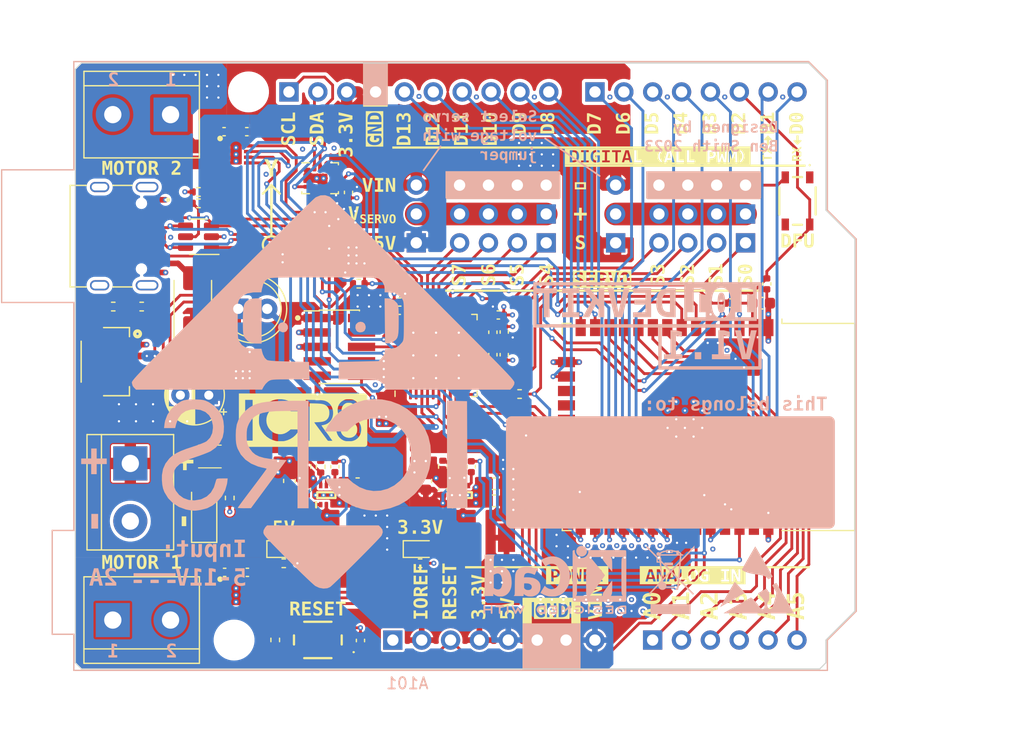
<source format=kicad_pcb>
(kicad_pcb (version 20221018) (generator pcbnew)
  (layers (0 "F.Cu" signal) (1 "In1.Cu" signal) (2 "In2.Cu" signal) (31 "B.Cu" signal) (34 "B.Paste" user) (35 "F.Paste" user) (36 "B.SilkS" user "B.Silkscreen") (37 "F.SilkS" user "F.Silkscreen") (38 "B.Mask" user) (39 "F.Mask" user) (44 "Edge.Cuts" user))
  (net 0 "")
  (net 1 "CC1")
  (net 2 "CC2")
  (net 3 "NRST")
  (net 4 "SWO")
  (net 5 "VBUS{slash}11")
  (net 8 "VREF+")
  (net 9 "GND")
  (net 10 "/5V_BST")
  (net 11 "/5V_SW")
  (net 12 "+5V")
  (net 13 "/3V3_BST")
  (net 14 "/3V3_SW")
  (net 15 "+3.3V")
  (net 16 "VBUS")
  (net 17 "/5V_FB")
  (net 18 "/3V3_FB")
  (net 19 "USB_DP")
  (net 20 "USB_DN")
  (net 24 "EN")
  (net 25 "+BATT")
  (net 26 "SDA")
  (net 27 "SCL")
  (net 28 "/5V_LED_K")
  (net 29 "/3V3_LED_K")
  (net 30 "IMU_INT1")
  (net 31 "IMU_INT2")
  (net 34 "ESP32_RX")
  (net 35 "ESP32_TX")
  (net 36 "GPIO5")
  (net 37 "GPIO23")
  (net 38 "GPIO19")
  (net 39 "GPIO18")
  (net 40 "/M1_OUT1")
  (net 41 "GPIO32")
  (net 42 "GPIO33")
  (net 43 "GPIO25")
  (net 44 "GPIO26")
  (net 45 "GPIO27")
  (net 46 "GPIO14")
  (net 47 "GPIO12")
  (net 48 "GPIO13")
  (net 55 "GPIO15")
  (net 56 "GPIO2")
  (net 57 "IO0")
  (net 58 "GPIO4")
  (net 59 "GPIO16")
  (net 60 "GPIO17")
  (net 62 "/M1_OUT2")
  (net 63 "M1_IN2")
  (net 64 "M1_IN1")
  (net 65 "MOTOR_SLEEP")
  (net 66 "/M2_OUT1")
  (net 67 "/M2_OUT2")
  (net 68 "M2_IN2")
  (net 69 "M2_IN1")
  (net 70 "S0")
  (net 71 "S1")
  (net 72 "S2")
  (net 73 "S3")
  (net 74 "S4")
  (net 75 "S5")
  (net 76 "S6")
  (net 77 "S7")
  (net 78 "VDDIO1")
  (net 79 "VDDIO2")
  (net 80 "SWDIO")
  (net 81 "SWCLK")
  (net 85 "/STM_LED_K")
  (net 89 "/STM_LED_A")
  (net 93 "/RP_PMOS_G")
  (net 94 "VIN")
  (net 97 "/STM32_IO0")
  (net 98 "/STM32_EN")
  (net 107 "VIN{slash}11")
  (footprint "101 Footprints:PinHeader_1x04_P2.54mm_Vertical" (layer "F.Cu") (at 166.63 75.75 -90)
    (fp_text reference "J106" hide)
    (fp_text value "Conn_01x04")
  )
  (footprint "Capacitor_SMD:C_0402_1005Metric" (layer "F.Cu") (at 145.4 86.1375 90)
    (fp_text reference "C125" hide)
    (fp_text value "1u" hide)
  )
  (footprint "Capacitor_SMD:C_0402_1005Metric" (layer "F.Cu") (at 134.5375 92.3 -90)
    (fp_text reference "C117" hide)
    (fp_text value "100n" hide)
  )
  (footprint "Capacitor_SMD:C_0402_1005Metric" (layer "F.Cu") (at 120.75 68.5)
    (fp_text reference "C116" hide)
    (fp_text value "100n" hide)
  )
  (footprint "Package_LGA:LGA-14_3x2.5mm_P0.5mm_LayoutBorder3x4y" (layer "F.Cu") (at 129.2 72.6)
    (fp_text reference "U104" hide)
    (fp_text value "LSM6DS3" hide)
  )
  (footprint "101 Footprints:ICRS_text_neg_4mm" (layer "F.Cu") (at 127.7 93.8)
    (fp_text reference "G***" hide)
    (fp_text value "LOGO" hide)
  )
  (footprint "Capacitor_SMD:C_0402_1005Metric" (layer "F.Cu") (at 144.4 88.1375 -90)
    (fp_text reference "C126" hide)
    (fp_text value "100n" hide)
  )
  (footprint "Capacitor_SMD:C_0603_1608Metric" (layer "F.Cu") (at 126.5 99.25 90)
    (fp_text reference "C105" hide)
    (fp_text value "22u" hide)
  )
  (footprint "Capacitor_SMD:C_0402_1005Metric" (layer "F.Cu") (at 168.5 81.9 -90)
    (fp_text reference "C1" hide)
    (fp_text value "100n" hide)
  )
  (footprint "Capacitor_SMD:C_0402_1005Metric" (layer "F.Cu") (at 140 100 90)
    (fp_text reference "C107" hide)
    (fp_text value "100n" hide)
  )
  (footprint "Capacitor_SMD:C_0402_1005Metric" (layer "F.Cu") (at 136.165151 93.137786 180)
    (fp_text reference "C122" hide)
    (fp_text value "100n" hide)
  )
  (footprint "MSL Footprints:HRO_TYPE-C-31-M-12" (layer "F.Cu") (at 109.8 77.7 -90)
    (fp_text reference "J101" hide)
    (fp_text value "TYPE-C-31-M-12" hide)
  )
  (footprint "101 Footprints:PinHeader_1x04_P2.54mm_Vertical" (layer "F.Cu") (at 166.63 73.21 -90)
    (fp_text reference "J108" hide)
    (fp_text value "Conn_01x04")
  )
  (footprint "101 Footprints:PinHeader_1x10_P2.54mm_Vertical" (layer "F.Cu") (at 126.46 65.001 90)
    (fp_text reference "J1" hide)
    (fp_text value "Conn_01x10")
  )
  (footprint "Resistor_SMD:R_0402_1005Metric" (layer "F.Cu") (at 138 106.5)
    (fp_text reference "R106" hide)
    (fp_text value "330R" hide)
  )
  (footprint "101 Footprints:SON50P200X200X80-9N" (layer "F.Cu") (at 121.8 70.5)
    (fp_text reference "IC105" hide)
    (fp_text value "DRV8837DSGR" hide)
  )
  (footprint "101 Footprints:SOTFL50P160X60-6N" (layer "F.Cu") (at 129.75 100.5 90)
    (fp_text reference "IC101" hide)
    (fp_text value "TPS563202DRLR" hide)
  )
  (footprint "Capacitor_SMD:C_0402_1005Metric" (layer "F.Cu") (at 132.75 113.3 90)
    (fp_text reference "C118" hide)
    (fp_text value "100n" hide)
  )
  (footprint "Resistor_SMD:R_0402_1005Metric" (layer "F.Cu") (at 118.5 74.81)
    (fp_text reference "R109" hide)
    (fp_text value "10k" hide)
  )
  (footprint "Resistor_SMD:R_0402_1005Metric" (layer "F.Cu") (at 122.5 88.6 180)
    (fp_text reference "R3" hide)
    (fp_text value "330R" hide)
  )
  (footprint "MSL Footprints:TS204225WT160SMTTRMSL" (layer "F.Cu") (at 129 113.25 180)
    (fp_text reference "S101" hide)
    (fp_text value "TS20-42-25-WT-160-SMT-TR" hide)
  )
  (footprint "Capacitor_SMD:C_0402_1005Metric" (layer "F.Cu") (at 129.2 74.85)
    (fp_text reference "C112" hide)
    (fp_text value "100n" hide)
  )
  (footprint "Resistor_SMD:R_0402_1005Metric" (layer "F.Cu") (at 146.8 94.3)
    (fp_text reference "R114" hide)
    (fp_text value "330R" hide)
  )
  (footprint "101 Footprints:PinHeader_1x04_P2.54mm_Vertical" (layer "F.Cu") (at 149.09 73.21 -90)
    (fp_text reference "J109" hide)
    (fp_text value "Conn_01x04")
  )
  (footprint "Resistor_SMD:R_0402_1005Metric" (layer "F.Cu") (at 141.25 98 -90)
    (fp_text reference "R104" hide)
    (fp_text value "16k" hide)
  )
  (footprint "Capacitor_SMD:C_0603_1608Metric" (layer "F.Cu") (at 138.5 99.25 90)
    (fp_text reference "C106" hide)
    (fp_text value "22u" hide)
  )
  (footprint "101 Footprints:PinHeader_1x03_P2.54mm_Vertical" (layer "F.Cu") (at 137.66 78.29 180)
    (fp_text reference "JP102" hide)
    (fp_text value "Jumper_3_Bridged12")
  )
  (footprint "Resistor_SMD:R_0402_1005Metric" (layer "F.Cu") (at 132.6 81.88)
    (fp_text reference "R111" hide)
    (fp_text value "10k" hide)
  )
  (footprint "Capacitor_SMD:C_0402_1005Metric" (layer "F.Cu") (at 128 100 90)
    (fp_text reference "C102" hide)
    (fp_text value "100n" hide)
  )
  (footprint "101 Footprints:ESP32-WROOM-32" (layer "F.Cu") (at 160.385 94.5 -90)
    (fp_text reference "U101" hide)
    (fp_text value "ESP32-WROOM-32" hide)
  )
  (footprint "Diode_SMD:D_MiniMELF" (layer "F.Cu") (at 119 102 90)
    (fp_text reference "D104" hide)
    (fp_text value "ZMM10V" hide)
  )
  (footprint "Capacitor_SMD:C_0402_1005Metric" (layer "F.Cu") (at 122.8 107.3 180)
    (fp_text reference "C113" hide)
    (fp_text value "100n" hide)
  )
  (footprint "Resistor_SMD:R_0402_1005Metric" (layer "F.Cu") (at 129.25 98 -90)
    (fp_text reference "R101" hide)
    (fp_text value "27k" hide)
  )
  (footprint "Resistor_SMD:R_0402_1005Metric" (layer "F.Cu") (at 113.5 83.9 180)
    (fp_text reference "R4" hide)
    (fp_text value "2k2")
  )
  (footprint "101 Footprints:Digital 1.4mm" (layer "F.Cu") (at 158.898171 70.694171)
    (fp_text reference "G***" hide)
    (fp_text value "LOGO" hide)
  )
  (footprint "101 Footprints:SK34" (layer "F.Cu") (at 118 83.6 90)
    (fp_text reference "D2" hide)
    (fp_text value "SK34" hide)
  )
  (footprint "footprints:JST_SM04B-SRSS-TB(LF)(SN)" (layer "F.Cu") (at 112.75 88.75 -90)
    (fp_text reference "J111" hide)
    (fp_text value "SM04B-SRSS-TB(LF)(SN)" hide)
  )
  (footprint "Capacitor_THT:CP_Radial_D5.0mm_P2.50mm" (layer "F.Cu") (at 119.405113 91.7 180)
    (fp_text reference "C119" hide)
    (fp_text value "47u" hide)
  )
  (footprint "LED_SMD:LED_0603_1608Metric" (layer "F.Cu") (at 126 105.25)
    (fp_text reference "D101" hide)
    (fp_text value "GREEN" hide)
  )
  (footprint "101 Footprints:PinHeader_1x06_P2.54mm_Vertical" (layer "F.Cu") (at 158.455 113.26 90)
    (fp_text reference "J5" hide)
    (fp_text value "Conn_01x06")
  )
  (footprint "Resistor_SMD:R_0402_1005Metric" (layer "F.Cu") (at 165.4 83.6)
    (fp_text reference "R1" hide)
    (fp_text value "10k" hide)
  )
  (footprint "MSL Footprints:TS204225WT160SMTTRMSL" (layer "F.Cu") (at 171.2 74.6 -90)
    (fp_text reference "S102" hide)
    (fp_text value "TS20-42-25-WT-160-SMT-TR" hide)
  )
  (footprint "101 Footprints:PinHeader_1x04_P2.54mm_Vertical" (layer "F.Cu") (at 149.09 78.29 -90)
    (fp_text reference "J105" hide)
    (fp_text value "Conn_01x04")
  )
  (footprint "Resistor_SMD:R_0402_1005Metric" (layer "F.Cu") (at 118.5 73.81 180)
    (fp_text reference "R110" hide)
    (fp_text value "1k" hide)
  )
  (footprint "Capacitor_SMD:C_0603_1608Metric" (layer "F.Cu") (at 132.5 101 180)
    (fp_text reference "C104" hide)
    (fp_text value "22u" hide)
  )
  (footprint "101 Footprints:TerminalBlock_bornier-2_P5.08mm" (layer "F.Cu") (at 110.96 111.5)
    (fp_text reference "J102" hide)
    (fp_text value "Screw_Terminal_01x02")
  )
  (footprint "Resistor_SMD:R_0402_1005Metric" (layer "F.Cu") (at 126 106.5)
    (fp_text reference "R103" hide)
    (fp_text value "1k2" hide)
  )
  (footprint "101 Footprints:PinHeader_1x04_P2.54mm_Vertical" (layer "F.Cu") (at 149.09 75.75 -90)
    (fp_text reference "J107" hide)
    (fp_text value "Conn_01x04")
  )
  (footprint "101 Footprints:PinHeader_1x04_P2.54mm_Vertical" (layer "F.Cu") (at 166.63 78.29 -90)
    (fp_text reference "J104" hide)
    (fp_text value "Conn_01x04")
  )
  (footprint "101 Footprints:L_Chilisin_BMRA00040415" (layer "F.Cu") (at 143.75 104.25)
    (fp_text reference "L102" hide)
    (fp_text value "3u3")
  )
  (footprint "Resistor_SMD:R_0402_1005Metric" (layer "F.Cu") (at 121.25 100.75 -90)
    (fp_text reference "R108" hide)
    (fp_text value "330R" hide)
  )
  (footprint "101 Footprints:SOTFL50P160X60-6N" (layer "F.Cu") (at 141.75 100.5 90)
    (fp_text reference "IC103" hide)
    (fp_text value "TPS563202DRLR" hide)
  )
  (footprint "101 Footprints:power analog in 1.6mm" (layer "F.Cu") (at 157.85 107.55)
    (fp_text reference "G***" hide)
    (fp_text value "LOGO" hide)
  )
  (footprint "101 Footprints:DMP2066UFDE7" (layer "F.Cu") (at 119.5 97.1 -90)
    (fp_text reference "Q101" hide)
    (fp_text value "DMP3028LFDE" hide)
  )
  (footprint "Resistor_SMD:R_0402_1005Metric" (layer "F.Cu") (at 111 83.9)
    (fp_text reference "R5" hide)
    (fp_text value "2k2")
  )
  (footprint "Resistor_SMD:R_0402_1005Metric" (layer "F.Cu") (at 128 97.98 -90)
    (fp_text reference "R102" hide)
    (fp_text value "5k1" hide)
  )
  (footprint "Capacitor_SMD:C_0603_1608Metric" (layer "F.Cu") (at 132.5 99.5 180)
    (fp_text reference "C103" hide)
    (fp_text value "22u" hide)
  )
  (footprint "101 Footprints:L_Chilisin_BMRA00040415" (layer "F.Cu") (at 131.75 104.25)
    (fp_text reference "L101" hide)
    (fp_text value "4u7")
  )
  (footprint "Capacitor_SMD:C_0402_1005Metric" (layer "F.Cu") (at 120.8 107.3)
    (fp_text reference "C114" hide)
    (fp_text value "100n" hide)
  )
  (footprint "Capacitor_SMD:C_0402_1005Metric" (layer "F.Cu") (at 136.2 83.5 180)
    (fp_text reference "C124" hide)
    (fp_text value "4u7" hide)
  )
  (footprint "101 Footprints:PinHeader_1x08_P2.54mm_Vertical" (layer "F.Cu") (at 153.382 65.003 90)
    (fp_text reference "J3" hide)
    (fp_text value "Conn_01x08")
  )
  (footprint "Capacitor_SMD:C_0603_1608Metric" (layer "F.Cu") (at 144.5 101 180)
    (fp_text reference "C110" hide)
    (fp_text value "22u" hide)
  )
  (footprint "Capacitor_SMD:C_0603_1608Metric" (layer "F.Cu") (at 144.5 99.5 180)
    (fp_text reference "C109" hide)
    (fp_text value "22u" hide)
  )
  (footprint "Capacitor_SMD:C_0603_1608Metric" (layer "F.Cu") (at 168 83.6)
    (fp_text reference "C2" hide)
    (fp_text value "22u" hide)
  )
  (footprint "Capacitor_SMD:C_0402_1005Metric" (layer "F.Cu") (at 131.7 73.85 -90)
    (fp_text reference "C111" hide)
    (fp_text value "100n" hide)
  )
  (footprint "Capacitor_SMD:C_0402_1005Metric" (layer "F.Cu") (at 144.88 84.6375)
    (fp_text reference "C120" hide)
    (fp_text value "100n" hide)
  )
  (footprint "101 Footprints:PinHeader_1x03_P2.54mm_Vertical" (layer "F.Cu") (at 155.2 78.29 180)
    (fp_text reference "JP101" hide)
    (fp_text value "Jumper_3_Bridged12")
  )
  (footprint "Capacitor_SMD:C_0402_1005Metric" (layer "F.Cu") (at 136.165151 94.137786 180)
    (fp_text reference "C121" hide)
    (fp_text value "100n" hide)
  )
  (footprint "101 Footprints:PinHeader_1x08_P2.54mm_Vertical" (layer "F.Cu") (at 135.597 113.264 90)
    (fp_text reference "J4" hide)
    (fp_text value "Conn_01x08")
  )
  (footprint "Capacitor_SMD:C_0402_1005Metric" (layer "F.Cu") (at 122.75 68.5 180)
    (fp_text reference "C115" hide)
    (fp_text value "100n" hide)
  )
  (footprint "101 Footprints:TerminalBlock_bornier-2_P5.08mm" (layer "F.Cu") (at 116.04 67 180)
    (fp_text reference "J103" hide)
    (fp_text value "Screw_Terminal_01x02")
  )
  (footprint "Resistor_SMD:R_0402_1005Metric" (layer "F.Cu") (at 140 97.98 -90)
    (fp_text reference "R105" hide)
    (fp_text value "5k1" hide)
  )
  (footprint "Resistor_SMD:R_0402_1005Metric" (layer "F.Cu") (at 146.75 91.6)
    (fp_text reference "R2" hide)
    (fp_text value "330R" hide)
  )
  (footprint "Resistor_SMD:R_0402_1005Metric" (layer "F.Cu") (at 125.25 113.25 90)
    (fp_text reference "R107" hide)
    (fp_text value "10k" hide)
  )
  (footprint "Package_TO_SOT_SMD:SOT-23-6" (layer "F.Cu") (at 118.5 77.75 180)
    (fp_text reference "U103" hide)
    (fp_text value "USBLC6-4SC6-ES" hide)
  )
  (footprint "101 Footprints:TerminalBlock_bornier-2_P5.08mm" (layer "F.Cu") (at 112.5 97.71 -90)
    (fp_text reference "J110" hide)
    (fp_text value "Screw_Terminal_01x02")
  )
  (footprint "Capacitor_SMD:C_0402_1005Metric" (layer "F.Cu") (at 130.5 98 90)
    (fp_text reference "C101" hide)
    (fp_text value "100n" hide)
  )
  (footprint "Package_DFN_QFN:QFN-48-1EP_7x7mm_P0.5mm_EP5.6x5.6mm" (layer "F.Cu") (at 139.4 88.2 90)
    (fp_text reference "U106" hide)
    (fp_text value "STM32G431CBUx" hide)
  )
  (footprint "Capacitor_SMD:C_0402_1005Metric" (layer "F.Cu") (at 142.5 98 90)
    (fp_text reference "C108" hide)
    (fp_text value "100n" hide)
  )
  (footprint "Capacitor_SMD:C_0402_1005Metric" (layer "F.Cu") (at 144.4 86.1575 90)
    (fp_text reference "C123" hide)
    (fp_text value "100n" hide)
  )
  (footprint "LED_SMD:LED_0603_1608Metric" (layer "F.Cu") (at 138 105.25)
    (fp_text reference "D102" hide)
    (fp_text value "GREEN" hide)
  )
  (footprint "Capacitor_SMD:C_0402_1005Metric" (layer "F.Cu") (at 145.4 88.1375 -90)
    (fp_text reference "C127" hide)
    (fp_text value "1u" hide)
  )
  (footprint "Connector_PinHeader_1.27mm:PinHeader_2x05_P1.27mm_Vertical_SMD" (layer "F.Cu") (at 130.894 87.449)
    (fp_text reference "J2" hide)
    (fp_text value "Conn_ARM_JTAG_SWD_10" hide)
  )
  (footprint "Resistor_SMD:R_0402_1005Metric" (layer "F.Cu") (at 132.6 80.9 180)
    (fp_text reference "R112" hide)
    (fp_text value "1k" hide)
  )
  (footprint "101 Footprints:SON50P200X200X80-9N" (layer "F.Cu") (at 121.8 109.3)
    (fp_text reference "IC104" hide)
    (fp_text value "DRV8837DSGR" hide)
  )
  (footprint "LED_THT:LED_D5.0mm" (layer "F.Cu") (at 122 84.1)
    (fp_text reference "D1" hide)
    (fp_text value "LED_R" hide)
  )
  (footprint "101 Footprints:ICRS_101_UNO_R3_NO_PINS" (layer "B.Cu") (at 135.6 113.26)
    (fp_text reference "A101")
    (fp_text value "Arduino_UNO_R3")
    (fp_line (start -27.94 -50.26) (end -27.94 2) (stroke (width 0.1)) (layer "Edge.Cuts"))
    (fp_line (start -27.4 -50.8) (end -27.94 -50.26) (stroke (width 0.1)) (layer "Edge.Cuts"))
    (fp_line (start -27.4 2.54) (end -27.94 2) (stroke (width 0.1)) (layer "Edge.Cuts"))
    (fp_line (start -27.4 2.54) (end 37.5 2.54) (stroke (width 0.1)) (layer "Edge.Cuts"))
    (fp_line (start 36.58 -50.8) (end -27.4 -50.8) (stroke (width 0.1)) (layer "Edge.Cuts"))
    (fp_line (start 37.56 2.54) (end 37.5 2.54) (stroke (width 0.1)) (layer "Edge.Cuts"))
    (fp_line (start 38.1 -49.28) (end 36.58 -50.8) (stroke (width 0.1)) (layer "Edge.Cuts"))
    (fp_line (start 38.1 -37.85) (end 38.1 -49.28) (stroke (width 0.1)) (layer "Edge.Cuts"))
    (fp_line (start 38.1 0) (end 40.64 -2.54) (stroke (width 0.1)) (layer "Edge.Cuts"))
    (fp_line (start 38.1 2) (end 37.56 2.54) (stroke (width 0.1)) (layer "Edge.Cuts"))
    (fp_line (start 38.1 2) (end 38.1 0) (stroke (width 0.1)) (layer "Edge.Cuts"))
    (fp_line (start 40.64 -35.31) (end 38.1 -37.85) (stroke (width 0.1)) (layer "Edge.Cuts"))
    (fp_line (start 40.64 -2.54) (end 40.64 -35.31) (stroke (width 0.1)) (layer "Edge.Cuts"))
  )
  (footprint "Symbol:KiCad-Logo2_5mm_SilkScreen" (layer "B.Cu") (at 149.86 107.95 180)
    (fp_text reference "REF**" hide)
    (fp_text value "KiCad-Logo2_5mm_SilkScreen" hide)
  )
  (footprint "Symbol:WEEE-Logo_4.2x6mm_SilkScreen" (layer "B.Cu") (at 160.02 107.95 180)
    (fp_text reference "REF**" hide)
    (fp_text value "WEEE-Logo_4.2x6mm_SilkScreen" hide)
  )
  (footprint "101 Footprints:ICRS Medium" (layer "B.Cu") (at 129.54 91.44 180)
    (fp_text reference "G***" hide)
    (fp_text value "LOGO" hide)
  )
  (footprint "101 Footprints:DC_logo_4mm" (layer "B.Cu") (at 114.666 107.744 180)
    (fp_text reference "G***" hide)
    (fp_text value "LOGO" hide)
  )
  (footprint "Symbol:ESD-Logo_6.6x6mm_SilkScreen" (layer "B.Cu") (at 167.64 107.95 180)
    (fp_text reference "REF**" hide)
    (fp_text value "ESD-Logo_6.6x6mm_SilkScreen" hide)
  )
  (gr_rect (start 140.38 72.127) (end 150.192 74.296) (stroke (width 0.3)) (fill solid) (layer "B.SilkS"))
  (gr_line (start 139.8 69.8) (end 138.3 71.9) (stroke (width 0.15)) (layer "B.SilkS"))
  (gr_rect (start 146.05 94.055) (end 173.99 102.945) (stroke (width 1)) (fill solid) (layer "B.SilkS"))
  (gr_rect (start 147.011 111.798) (end 152.111 115.927) (fill solid) (layer "B.SilkS"))
  (gr_rect (start 159.1 85.6) (end 167.9 89.3) (stroke (width 0.3)) (fill none) (layer "B.SilkS"))
  (gr_rect (start 148.1 81.9) (end 167.9 85.6) (stroke (width 0.3)) (fill none) (layer "B.SilkS"))
  (gr_rect (start 132.981 62.312) (end 135.15 66.196) (fill solid) (layer "B.SilkS"))
  (gr_rect (start 158.036 72.1315) (end 167.848 74.3005) (stroke (width 0.3)) (fill solid) (layer "B.SilkS"))
  (gr_line (start 149 69.1) (end 153.8 72.4) (stroke (width 0.15)) (layer "B.SilkS"))
  (gr_line (start 168.3 69.2) (end 168.9 69.2) (stroke (width 0.1)) (layer "F.SilkS"))
  (gr_line (start 168.9 69.2) (end 168.6 68.9) (stroke (width 0.1)) (layer "F.SilkS"))
  (gr_line (start 171.3 69.5) (end 171.1 69.5) (stroke (width 0.1)) (layer "F.SilkS"))
  (gr_rect (start 147.011 109.629) (end 147.8254 111.798) (fill solid) (layer "F.SilkS"))
  (gr_rect (start 147.0114 109.5365) (end 152.1114 109.9155) (fill solid) (layer "F.SilkS"))
  (gr_rect (start 166.5 106.75) (end 172.26 106.95) (fill solid) (layer "F.SilkS"))
  (gr_rect (start 147.011 111.798) (end 152.111 115.927) (fill solid) (layer "F.SilkS"))
  (gr_rect (start 140.2 82.4) (end 167.9 82.6) (fill solid) (layer "F.SilkS"))
  (gr_line (start 170.9 69.3) (end 171.2 69.6) (stroke (width 0.1)) (layer "F.SilkS"))
  (gr_rect (start 150.7256 71.398) (end 171.909 71.598) (fill solid) (layer "F.SilkS"))
  (gr_rect (start 132.979 62.416) (end 135.148 66.3) (fill solid) (layer "F.SilkS"))
  (gr_rect (start 141.95 106.75) (end 149.08 106.95) (fill solid) (layer "F.SilkS"))
  (gr_line (start 129.41 79.26) (end 130.16 78.51) (stroke (width 0.2)) (layer "F.SilkS"))
  (gr_line (start 171 69.4) (end 171.4 69.4) (stroke (width 0.1)) (layer "F.SilkS"))
  (gr_circle (center 124.91 78.46) (end 124.16 78.46) (stroke (width 0.2)) (fill none) (layer "F.SilkS"))
  (gr_line (start 171.5 69.3) (end 170.9 69.3) (stroke (width 0.1)) (layer "F.SilkS"))
  (gr_line (start 171.2 68.9) (end 171.2 69.5) (stroke (width 0.2)) (layer "F.SilkS"))
  (gr_circle (center 127.231428 84.9) (end 127.231428 84.731428) (stroke (width 0.15)) (fill solid) (layer "F.SilkS"))
  (gr_line (start 125.66 73.96) (end 124.91 73.21) (stroke (width 0.2)) (layer "F.SilkS"))
  (gr_line (start 168.6 68.9) (end 168.3 69.2) (stroke (width 0.1)) (layer "F.SilkS"))
  (gr_rect (start 122.3 91.8) (end 133.1 96) (stroke (width 0.5)) (fill none) (layer "F.SilkS"))
  (gr_line (start 124.16 73.96) (end 124.91 73.21) (stroke (width 0.2)) (layer "F.SilkS"))
  (gr_rect (start 135.55 69.8) (end 167.078 70) (fill solid) (layer "F.SilkS"))
  (gr_line (start 171.2 69.6) (end 171.5 69.3) (stroke (width 0.1)) (layer "F.SilkS"))
  (gr_line (start 168.5 69) (end 168.7 69.1) (stroke (width 0.1)) (layer "F.SilkS"))
  (gr_line (start 168.4 69.1) (end 168.8 69.1) (stroke (width 0.1)) (layer "F.SilkS"))
  (gr_line (start 168.6 69.6) (end 168.6 69) (stroke (width 0.2)) (layer "F.SilkS"))
  (gr_line (start 124.91 77.71) (end 124.91 73.21) (stroke (width 0.2)) (layer "F.SilkS"))
  (gr_line (start 129.41 77.76) (end 130.16 78.51) (stroke (width 0.2)) (layer "F.SilkS"))
  (gr_rect (start 151.297 109.629) (end 152.1114 111.798) (fill solid) (layer "F.SilkS"))
  (gr_circle (center 124.91 78.46) (end 125.078572 78.46) (stroke (width 0.15)) (fill solid) (layer "F.SilkS"))
  (gr_line (start 125.66 78.51) (end 130.16 78.51) (stroke (width 0.2)) (layer "F.SilkS"))
  (gr_text "Input:\n5-11V    2A" (at 122.754 108.724) (layer "B.SilkS") (effects (font (size 1.5 1.5) (thickness 0.3) bold) (justify left bottom mirror)))
  (gr_text "DEVKIT" (at 154.4 83.8) (layer "B.SilkS") (effects (font (size 2.5 2.5) (thickness 0.2) bold) (justify mirror)))
  (gr_text "1" (at 116.1 64) (layer "B.SilkS") (effects (font (size 1.2 1.2) (thickness 0.2) bold) (justify mirror)))
  (gr_text "2" (at 116.1 114.3) (layer "B.SilkS") (effects (font (size 1.2 1.2) (thickness 0.2) bold) (justify mirror)))
  (gr_text "2" (at 111 64) (layer "B.SilkS") (effects (font (size 1.2 1.2) (thickness 0.2) bold) (justify mirror)))
  (gr_text "Select servo\nvoltage with\njumper" (at 148.3 68.9) (layer "B.SilkS") (effects (font (size 1 1) (thickness 0.2) bold) (justify left mirror)))
  (gr_text "101" (at 164.5 83.8) (layer "B.SilkS" knockout) (effects (font (size 2.5 2.5) (thickness 0.2) bold) (justify mirror)))
  (gr_text "Designed by\nBen Smith 2023" (at 169.5 69) (layer "B.SilkS") (effects (font (size 1 1) (thickness 0.2) bold) (justify left mirror)))
  (gr_text "V1.1" (at 163.5 87.5) (layer "B.SilkS") (effects (font (size 2.5 2.5) (thickness 0.2) bold) (justify mirror)))
  (gr_text "This belongs to:" (at 173.84 93.255) (layer "B.SilkS") (effects (font (size 1.2 1.2) (thickness 0.2) bold) (justify left bottom mirror)))
  (gr_text "+" (at 109.3 97.6) (layer "B.SilkS") (effects (font (size 3 3) (thickness 0.24) bold) (justify mirror)))
  (gr_text "1" (at 111 114.3) (layer "B.SilkS") (effects (font (size 1.2 1.2) (thickness 0.2) bold) (justify mirror)))
  (gr_text "-" (at 109.4 102.8 270) (layer "B.SilkS") (effects (font (size 3 3) (thickness 0.24) bold) (justify mirror)))
  (gr_text "3.3V" (at 131.55 66.75 90) (layer "F.SilkS") (effects (font (size 1.2 1.2) (thickness 0.2) bold) (justify right)))
  (gr_text "D9" (at 146.8 66.75 90) (layer "F.SilkS") (effects (font (size 1.2 1.2) (thickness 0.2) bold) (justify right)))
  (gr_text "D0" (at 171.2 66.75 90) (layer "F.SilkS") (effects (font (size 1.2 1.2) (thickness 0.2) bold) (justify right)))
  (gr_text "+" (at 152.1 75.8) (layer "F.SilkS") (effects (font (size 1.5 1.5) (thickness 0.24) bold)))
  (gr_text "X" (at 131.22 79.44) (layer "F.SilkS") (effects (font (size 1.5 1.5) (thickness 0.2) bold) (justify bottom)))
  (gr_text "S0" (at 166.7 80.1 90) (layer "F.SilkS") (effects (font (size 1.2 1.2) (thickness 0.2) bold) (justify right)))
  (gr_text "Z" (at 126.25 80.94) (layer "F.SilkS") (effects (font (size 1.5 1.5) (thickness 0.2) bold) (justify bottom)))
  (gr_text "S1" (at 164.1 80.1 90) (layer "F.SilkS") (effects (font (size 1.2 1.2) (thickness 0.2) bold) (justify right)))
  (gr_text "-" (at 117.2 102.8 90) (layer "F.SilkS") (effects (font (size 2 2) (thickness 0.24) bold)))
  (gr_text "A4" (at 168.6 111.5 90) (layer "F.SilkS") (effects (font (size 1.5 1.5) (thickness 0.2) bold) (justify left)))
  (gr_text "D8" (at 149.3 66.75 90) (layer "F.SilkS") (effects (font (size 1.2 1.2) (thickness 0.2) bold) (justify right)))
  (gr_text "A0" (at 158.5 111.5 90) (layer "F.SilkS") (effects (font (size 1.5 1.5) (thickness 0.2) bold) (justify left)))
  (gr_text "D2" (at 166.1 66.75 90) (layer "F.SilkS") (effects (font (size 1.2 1.2) (thickness 0.2) bold) (justify right)))
  (gr_text "D13" (at 136.65 66.75 90) (layer "F.SilkS") (effects (font (size 1.2 1.2) (thickness 0.2) bold) (justify right)))
  (gr_text "A3" (at 166.1 111.5 90) (layer "F.SilkS") (effects (font (size 1.5 1.5) (thickness 0.2) bold) (justify left)))
  (gr_text "SCL" (at 126.5 66.75 90) (layer "F.SilkS") (effects (font (size 1.2 1.2) (thickness 0.2) bold) (justify right)))
  (gr_text "-" (at 152.1 73.25) (layer "F.SilkS" knockout) (effects (font (size 1.5 1.5) (thickness 0.24) bold)))
  (gr_text "5V" (at 135.9 78.4) (layer "F.SilkS") (effects (font (size 1.2 1.2) (thickness 0.2) bold) (justify right)))
  (gr_text "SDA" (at 129 66.75 90) (layer "F.SilkS") (effects (font (size 1.2 1.2) (thickness 0.2) bold) (justify right)))
  (gr_text "A1" (at 161.05 111.5 90) (layer "F.SilkS") (effects (font (size 1.5 1.5) (thickness 0.2) bold) (justify left)))
  (gr_text "D10" (at 144.25 66.75 90) (layer "F.SilkS") (effects (font (size 1.2 1.2) (thickness 0.2) bold) (justify right)))
  (gr_text "RESET" (at 129 111.3) (layer "F.SilkS") (effects (font (size 1.2 1.2) (thickness 0.2) bold) (justify bottom)))
  (gr_text "A5" (at 171.15 111.5 90) (layer "F.SilkS") (effects (font (size 1.5 1.5) (thickness 0.2) bold) (justify left)))
  (gr_text "RX" (at 171.2 69.8 90) (layer "F.SilkS") (effects (font (size 0.8 0.8) (thickness 0.2) bold) (justify right)))
  (gr_text "S5" (at 146.6 80.1 90) (layer "F.SilkS") (effects (font (size 1.2 1.2) (thickness 0.2) bold) (justify right)))
  (gr_text "3.3V" (at 143.23 111.5 90) (layer "F.SilkS") (effects (font (size 1.2 1.2) (thickness 0.2) bold) (justify left)))
  (gr_text "MOTOR 2" (at 113.51 72.5) (layer "F.SilkS") (effects (font (size 1.2 1.2) (thickness 0.2) bold) (justify bottom)))
  (gr_text "S3" (at 159 80.1 90) (layer "F.SilkS") (effects (font (size 1.2 1.2) (thickness 0.2) bold) (justify right)))
  (gr_text "D7" (at 153.4 66.75 90) (layer "F.SilkS") (effects (font (size 1.2 1.2) (thickness 0.2) bold) (justify right)))
  (gr_text "RESET" (at 140.68 111.5 90) (layer "F.SilkS") (effects (font (size 1.2 1.2) (thickness 0.2) bold) (justify left)))
  (gr_text "DFU" (at 171.2 78.2) (layer "F.SilkS") (effects (font (size 1.2 1.2) (thickness 0.2) bold)))
  (gr_text "VIN" (at 135.9 73.3) (layer "F.SilkS") (effects (font (size 1.2 1.2) (thickness 0.2) bold) (justify right)))
  (gr_text "D11" (at 141.7 66.75 90) (layer "F.SilkS") (effects (font (size 1.2 1.2) (thickness 0.2) bold) (justify right)))
  (gr_text "D12" (at 139.2 66.75 90) (layer "F.SilkS") (effects (font (size 1.2 1.2) (thickness 0.2) bold) (justify right)))
  (gr_text "SERVO" (at 154 81.61) (layer "F.SilkS" knockout) (effects (font (size 1.2 1.2) (thickness 0.2) bold)))
  (gr_text "V_{SERVO}" (at 135.9 75.8) (layer "F.SilkS") (effects (font (size 1.2 1.2) (thickness 0.2) bold) (justify right)))
  (gr_text "MOTOR 1" (at 113.5 107.2) (layer "F.SilkS") (effects (font (size 1.2 1.2) (thickness 0.2) bold) (justify bottom)))
  (gr_text "D5" (at 158.45 66.75 90) (layer "F.SilkS") (effects (font (size 1.2 1.2) (thickness 0.2) bold) (justify right)))
  (gr_text "S6" (at 144.1 80.1 90) (layer "F.SilkS") (effects (font (size 1.2 1.2) (thickness 0.2) bold) (justify right)))
  (gr_text "IOREF" (at 138.15 111.52 90) (layer "F.SilkS") (effects (font (size 1.2 1.2) (thickness 0.2) bold) (justify left)))
  (gr_text "5V" (at 126 104.16) (layer "F.SilkS") (effects (font (size 1.2 1.2) (thickness 0.2) bold) (justify bottom)))
  (gr_text "S" (at 152.1 78.35) (layer "F.SilkS") (effects (font (size 1.2 1.2) (thickness 0.24) bold)))
  (gr_text "Y" (at 124.91 72.71) (layer "F.SilkS") (effects (font (size 1.5 1.5) (thickness 0.2) bold) (justify bottom)))
  (gr_text "GND" (at 134.1 66.75 90) (layer "F.SilkS" knockout) (effects (font (size 1.2 1.2) (thickness 0.24) bold) (justify right)))
  (gr_text "S2" (at 161.6 80.1 90) (layer "F.SilkS") (effects (font (size 1.2 1.2) (thickness 0.2) bold) (justify right)))
  (gr_text "VIN" (at 153.5 111.5 90) (layer "F.SilkS") (effects (font (size 1.2 1.2) (thickness 0.2) bold) (justify left)))
  (gr_text "D6" (at 155.95 66.75 90) (layer "F.SilkS") (effects (font (size 1.2 1.2) (thickness 0.2) bold) (justify right)))
  (gr_text "TX" (at 168.6 69.8 90) (layer "F.SilkS") (effects (font (size 0.8 0.8) (thickness 0.2) bold) (justify right)))
  (gr_text "+" (at 117.3 97.6) (layer "F.SilkS") (effects (font (size 2 2) (thickness 0.24) bold)))
  (gr_text "A2" (at 163.55 111.5 90) (layer "F.SilkS") (effects (font (size 1.5 1.5) (thickness 0.2) bold) (justify left)))
  (gr_text "S7" (at 141.5 80.1 90) (layer "F.SilkS") (effects (font (size 1.2 1.2) (thickness 0.2) bold) (justify right)))
  (gr_text "GND" (at 149.57 110.75) (layer "F.SilkS" knockout) (effects (font (size 1.2 1.2) (thickness 0.24) bold)))
  (gr_text "D4" (at 161 66.75 90) (layer "F.SilkS") (effects (font (size 1.2 1.2) (thickness 0.2) bold) (justify right)))
  (gr_text "5V" (at 145.76 111.5 90) (layer "F.SilkS") (effects (font (size 1.2 1.2) (thickness 0.2) bold) (justify left)))
  (gr_text "D1" (at 168.65 66.75 90) (layer "F.SilkS") (effects (font (size 1.2 1.2) (thickness 0.2) bold) (justify right)))
  (gr_text "D3" (at 163.55 66.75 90) (layer "F.SilkS") (effects (font (size 1.2 1.2) (thickness 0.2) bold) (justify right)))
  (gr_text "S4" (at 149.2 80.1 90) (layer "F.SilkS") (effects (font (size 1.2 1.2) (thickness 0.2) bold) (justify right)))
  (gr_text "3.3V" (at 138 104.11) (layer "F.SilkS") (effects (font (size 1.2 1.2) (thickness 0.2) bold) (justify bottom)))
  (segment (start 115.42 76.45) (end 114.55 76.45) (width 0.25) (layer "F.Cu") (net 1))
  (segment (start 130 76.8) (end 119.6375 76.8) (width 0.25) (layer "F.Cu") (net 1))
  (segment (start 130 83.222182) (end 130 83.3) (width 0.25) (layer "F.Cu") (net 1))
  (segment (start 119.6375 76.5375) (end 119.2 76.1) (width 0.25) (layer "F.Cu") (net 1))
  (segment (start 135.127818 88.95) (end 134.877818 88.7) (width 0.25) (layer "F.Cu") (net 1))
  (segment (start 135.9625 88.95) (end 135.127818 88.95) (width 0.25) (layer "F.Cu") (net 1))
  (segment (start 117.7 76.0755) (end 115.7945 76.0755) (width 0.25) (layer "F.Cu") (net 1))
  (segment (start 115.7945 76.0755) (end 115.42 76.45) (width 0.25) (layer "F.Cu") (net 1))
  (segment (start 130 78.8) (end 130 83.222182) (width 0.25) (layer "F.Cu") (net 1))
  (segment (start 119.6375 76.8) (end 119.6375 76.5375) (width 0.25) (layer "F.Cu") (net 1))
  (segment (start 134.877818 88.7) (end 134.8 88.7) (width 0.25) (layer "F.Cu") (net 1))
  (via (at 117.7 76.0755) (size 0.45) (drill 0.2) (layers "F.Cu" "B.Cu") (net 1))
  (via (at 119.2 76.1) (size 0.45) (drill 0.2) (layers "F.Cu" "B.Cu") (net 1))
  (via (at 130 78.8) (size 0.45) (drill 0.2) (layers "F.Cu" "B.Cu") (net 1))
  (via (at 134.8 88.7) (size 0.45) (drill 0.2) (layers "F.Cu" "B.Cu") (net 1))
  (via (at 130 83.3) (size 0.45) (drill 0.2) (layers "F.Cu" "B.Cu") (net 1))
  (via (at 130 76.8) (size 0.45) (drill 0.2) (layers "F.Cu" "B.Cu") (net 1))
  (segment (start 130 87.9) (end 130.8 88.7) (width 0.25) (layer "B.Cu") (net 1))
  (segment (start 130 78.8) (end 130 76.8) (width 0.25) (layer "B.Cu") (net 1))
  (segment (start 117.7245 76.1) (end 117.7 76.0755) (width 0.25) (layer "B.Cu") (net 1))
  (segment (start 130 83.3) (end 130 87.9) (width 0.25) (layer "B.Cu") (net 1))
  (segment (start 119.2 76.1) (end 117.7245 76.1) (width 0.25) (layer "B.Cu") (net 1))
  (segment (start 130.8 88.7) (end 134.8 88.7) (width 0.25) (layer "B.Cu") (net 1))
  (segment (start 134.85 87.95) (end 135.9625 87.95) (width 0.25) (layer "F.Cu") (net 2))
  (segment (start 134.8 88) (end 134.85 87.95) (width 0.25) (layer "F.Cu") (net 2))
  (segment (start 129.4 79.3) (end 128.8 78.7) (width 0.25) (layer "F.Cu") (net 2))
  (segment (start 128.8 78.7) (end 119.6375 78.7) (width 0.25) (layer "F.Cu") (net 2))
  (segment (start 118.8875 79.45) (end 119.6375 78.7) (width 0.25) (layer "F.Cu") (net 2))
  (segment (start 114.55 79.45) (end 118.8875 79.45) (width 0.25) (layer "F.Cu") (net 2))
  (segment (start 129.4 82.6) (end 129.4 79.3) (width 0.25) (layer "F.Cu") (net 2))
  (via (at 129.4 82.6) (size 0.45) (drill 0.2) (layers "F.Cu" "B.Cu") (net 2))
  (via (at 134.8 88) (size 0.45) (drill 0.2) (layers "F.Cu" "B.Cu") (net 2))
  (segment (start 130.7 87.5) (end 131.2 88) (width 0.25) (layer "B.Cu") (net 2))
  (segment (start 130.3 82.6) (end 130.7 83) (width 0.25) (layer "B.Cu") (net 2))
  (segment (start 131.2 88) (end 134.8 88) (width 0.25) (layer "B.Cu") (net 2))
  (segment (start 129.4 82.6) (end 130.3 82.6) (width 0.25) (layer "B.Cu") (net 2))
  (segment (start 130.7 83) (end 130.7 87.5) (width 0.25) (layer "B.Cu") (net 2))
  (segment (start 139.65 92.45) (end 139.65 91.6375) (width 0.25) (layer "F.Cu") (net 3))
  (segment (start 139.4 92.7) (end 139.65 92.45) (width 0.25) (layer "F.Cu") (net 3))
  (segment (start 133.803 91.925) (end 132.844 90.966) (width 0.25) (layer "F.Cu") (net 3))
  (segment (start 132.844 90.966) (end 132.844 89.989) (width 0.25) (layer "F.Cu") (net 3))
  (via (at 139.4 92.7) (size 0.45) (drill 0.2) (layers "F.Cu" "B.Cu") (net 3))
  (via (at 133.803 91.925) (size 0.45) (drill 0.2) (layers "F.Cu" "B.Cu") (net 3))
  (segment (start 134.578 92.7) (end 139.4 92.7) (width 0.25) (layer "B.Cu") (net 3))
  (segment (start 133.803 91.925) (end 134.578 92.7) (width 0.25) (layer "B.Cu") (net 3))
  (segment (start 135.9625 87.45) (end 135.9615 87.449) (width 0.25) (layer "F.Cu") (net 4))
  (segment (start 135.9615 87.449) (end 132.844 87.449) (width 0.25) (layer "F.Cu") (net 4))
  (segment (start 130.8 76.2) (end 120.4 76.2) (width 0.25) (layer "F.Cu") (net 5))
  (segment (start 146.5 81.8) (end 142.585 81.8) (width 0.25) (layer "F.Cu") (net 5))
  (segment (start 154.7 88) (end 153.8 87.1) (width 0.25) (layer "F.Cu") (net 5))
  (segment (start 142.585 81.8) (end 141.15 83.235) (width 0.25) (layer "F.Cu") (net 5))
  (segment (start 119.01 74.81) (end 119.01 73.81) (width 0.25) (layer "F.Cu") (net 5))
  (segment (start 157.7 90.437844) (end 157.137844 90.437844) (width 0.25) (layer "F.Cu") (net 5))
  (segment (start 150.9 87.1) (end 149.6 85.8) (width 0.25) (layer "F.Cu") (net 5))
  (segment (start 163.555 84.582844) (end 163.555 85.75) (width 0.25) (layer "F.Cu") (net 5))
  (segment (start 157.137844 90.437844) (end 154.7 88) (width 0.25) (layer "F.Cu") (net 5))
  (segment (start 153.8 87.1) (end 150.9 87.1) (width 0.25) (layer "F.Cu") (net 5))
  (segment (start 120.4 76.2) (end 119.01 74.81) (width 0.25) (layer "F.Cu") (net 5))
  (segment (start 141.15 83.235) (end 141.15 84.7625) (width 0.25) (layer "F.Cu") (net 5))
  (via (at 149.6 85.8) (size 0.45) (drill 0.2) (layers "F.Cu" "B.Cu") (net 5))
  (via (at 130.8 76.2) (size 0.45) (drill 0.2) (layers "F.Cu" "B.Cu") (net 5))
  (via (at 157.7 90.437844) (size 0.45) (drill 0.2) (layers "F.Cu" "B.Cu") (net 5))
  (via (at 163.555 84.582844) (size 0.45) (drill 0.2) (layers "F.Cu" "B.Cu") (net 5))
  (via (at 146.5 81.8) (size 0.45) (drill 0.2) (layers "F.Cu" "B.Cu") (net 5))
  (segment (start 131.2 81.6) (end 130.8 81.2) (width 0.25) (layer "B.Cu") (net 5))
  (segment (start 131.8 81.6) (end 131.2 81.6) (width 0.25) (layer "B.Cu") (net 5))
  (segment (start 148.9 85.1) (end 149.6 85.8) (width 0.25) (layer "B.Cu") (net 5))
  (segment (start 148 81.8) (end 148.9 82.7) (width 0.25) (layer "B.Cu") (net 5))
  (segment (start 148.9 82.7) (end 148.9 85.1) (width 0.25) (layer "B.Cu") (net 5))
  (segment (start 157.7 90.437844) (end 163.555 84.582844) (width 0.25) (layer "B.Cu") (net 5))
  (segment (start 146.5 81.8) (end 148 81.8) (width 0.25) (layer "B.Cu") (net 5))
  (segment (start 146.5 81.8) (end 145.6 80.9) (width 0.25) (layer "B.Cu") (net 5))
  (segment (start 130.8 81.2) (end 130.8 76.2) (width 0.25) (layer "B.Cu") (net 5))
  (segment (start 132.5 80.9) (end 131.8 81.6) (width 0.25) (layer "B.Cu") (net 5))
  (segment (start 145.6 80.9) (end 132.5 80.9) (width 0.25) (layer "B.Cu") (net 5))
  (segment (start 144.1925 87.45) (end 144.4 87.6575) (width 0.25) (layer "F.Cu") (net 8))
  (segment (start 142.8375 87.45) (end 144.1925 87.45) (width 0.25) (layer "F.Cu") (net 8))
  (segment (start 144.4 87.6575) (end 145.4 87.6575) (width 0.25) (layer "F.Cu") (net 8))
  (segment (start 114.55 80.9) (end 115.6 80.9) (width 0.5) (layer "F.Cu") (net 9))
  (segment (start 140 98.49) (end 138.515 98.49) (width 0.25) (layer "F.Cu") (net 9))
  (segment (start 138.51 106.5) (end 139.2 106.5) (width 0.25) (layer "F.Cu") (net 9))
  (segment (start 129.7 73.5125) (end 129.2 73.5125) (width 0.25) (layer "F.Cu") (net 9))
  (segment (start 117.99 73.81) (end 117.31 73.81) (width 0.25) (layer "F.Cu") (net 9))
  (segment (start 129.7 74.83) (end 129.68 74.85) (width 0.25) (layer "F.Cu") (net 9))
  (segment (start 120.744722 77.75) (end 120.747361 77.747361) (width 0.25) (layer "F.Cu") (net 9))
  (segment (start 123.01 88.6) (end 123.01 87.91) (width 0.5) (layer "F.Cu") (net 9))
  (segment (start 126.51 106.5) (end 127.2 106.5) (width 0.25) (layer "F.Cu") (net 9))
  (segment (start 166.63 73.21) (end 169.44 73.21) (width 0.25) (layer "F.Cu") (net 9))
  (segment (start 146.123176 84.6375) (end 145.36 84.6375) (width 0.25) (layer "F.Cu") (net 9))
  (segment (start 168.5 82.38) (end 168.5 83.325) (width 0.25) (layer "F.Cu") (net 9))
  (segment (start 138.515 98.49) (end 138.5 98.475) (width 0.25) (layer "F.Cu") (net 9))
  (segment (start 129.68 75.589808) (end 129.68 74.85) (width 0.25) (layer "F.Cu") (net 9))
  (segment (start 145.36 83.905349) (end 145.36 84.6375) (width 0.25) (layer "F.Cu") (net 9))
  (segment (start 146.142473 85.660443) (end 146.13953 85.6575) (width 0.25) (layer "F.Cu") (net 9))
  (segment (start 113.93321 87.25) (end 112.75 87.25) (width 0.5) (layer "F.Cu") (net 9))
  (segment (start 129.7 73.5125) (end 129.7 74.83) (width 0.25) (layer "F.Cu") (net 9))
  (segment (start 168.5 83.325) (end 168.775 83.6) (width 0.25) (layer "F.Cu") (net 9))
  (segment (start 121.65 71.25) (end 121.8 71.1) (width 0.25) (layer "F.Cu") (net 9))
  (segment (start 121.25 101.965208) (end 121.25 101.26) (width 0.25) (layer "F.Cu") (net 9))
  (segment (start 168.635 84.569199) (end 168.635 85.75) (width 0.5) (layer "F.Cu") (net 9))
  (segment (start 120.75 110.05) (end 121.65 110.05) (width 0.25) (layer "F.Cu") (net 9))
  (segment (start 131.41 80.9) (end 132.09 80.9) (width 0.25) (layer "F.Cu") (net 9))
  (segment (start 168.635 83.74) (end 168.775 83.6) (width 0.5) (layer "F.Cu") (net 9))
  (segment (start 168.635 84.569199) (end 168.635 83.74) (width 0.5) (layer "F.Cu") (net 9))
  (segment (start 132.75 112.179633) (end 131.079633 112.179633) (width 0.25) (layer "F.Cu") (net 9))
  (segment (start 119.6375 77.75) (end 120.744722 77.75) (width 0.25) (layer "F.Cu") (net 9))
  (segment (start 140 98.49) (end 140 99.52) (width 0.25) (layer "F.Cu") (net 9))
  (segment (start 168.635 86.926498) (end 168.635 85.75) (width 0.5) (layer "F.Cu") (net 9))
  (segment (start 149.712052 88.79) (end 150.875 88.79) (width 0.5) (layer "F.Cu") (net 9))
  (segment (start 127.330513 87.449) (end 128.944 87.449) (width 0.5) (layer "F.Cu") (net 9))
  (segment (start 146.13953 85.6575) (end 145.4 85.6575) (width 0.25) (layer "F.Cu") (net 9))
  (segment (start 132.75 112.179633) (end 132.75 112.82) (width 0.25) (layer "F.Cu") (net 9))
  (segment (start 145.4 84.6775) (end 145.36 84.6375) (width 0.25) (layer "F.Cu") (net 9))
  (segment (start 168.635 104.428589) (end 168.635 103.25) (width 0.5) (layer "F.Cu") (net 9))
  (segment (start 128.963229 91.636771) (end 128.963229 90.008229) (width 0.5) (layer "F.Cu") (net 9))
  (segment (start 169.44 73.21) (end 170.125 72.525) (width 0.25) (layer "F.Cu") (net 9))
  (segment (start 145.4 85.6575) (end 145.4 84.6775) (width 0.25) (layer "F.Cu") (net 9))
  (segment (start 127.315625 86.179) (end 128.944 86.179) (width 0.5) (layer "F.Cu") (net 9))
  (segment (start 152 88.79) (end 150.875 88.79) (width 0.5) (layer "F.Cu") (net 9))
  (segment (start 144.4 88.6175) (end 145.4 88.6175) (width 0.25) (layer "F.Cu") (net 9))
  (segment (start 131.079633 112.179633) (end 131.075 112.175) (width 0.25) (layer "F.Cu") (net 9))
  (segment (start 117.31 73.81) (end 117.3 73.8) (width 0.25) (layer "F.Cu") (net 9))
  (segment (start 129.677638 75.59217) (end 129.68 75.589808) (width 0.25) (layer "F.Cu") (net 9))
  (segment (start 145.357567 83.902916) (end 145.36 83.905349) (width 0.25) (layer "F.Cu") (net 9))
  (segment (start 144.4 85.6775) (end 145.38 85.6775) (width 0.25) (layer "F.Cu") (net 9))
  (segment (start 145.38 85.6775) (end 145.4 85.6575) (width 0.25) (layer "F.Cu") (net 9))
  (segment (start 123.01 87.91) (end 123 87.9) (width 0.5) (layer "F.Cu") (net 9))
  (segment (start 114.55 74.5) (end 115.6 74.5) (width 0.5) (layer "F.Cu") (net 9))
  (segment (start 120.75 71.25) (end 121.65 71.25) (width 0.25) (layer "F.Cu") (net 9))
  (segment (start 135.72 82.755604) (end 135.72 83.5) (width 0.25) (layer "F.Cu") (net 9))
  (segment (start 168.635 102.066274) (end 168.635 103.25) (width 0.5) (layer "F.Cu") (net 9))
  (segment (start 121.65 110.05) (end 121.8 109.9) (width 0.25) (layer "F.Cu") (net 9))
  (segment (start 128.963229 90.008229) (end 128.944 89.989) (width 0.5) (layer "F.Cu") (net 9))
  (segment (start 132.426407 74.33) (end 131.7 74.33) (width 0.25) (layer "F.Cu") (net 9))
  (segment (start 146.143293 88.6175) (end 145.4 88.6175) (width 0.25) (layer "F.Cu") (net 9))
  (via (at 117.3 73.8) (size 0.45) (drill 0.2) (layers "F.Cu" "B.Cu") (net 9))
  (via (at 168.635 86.926498) (size 0.45) (drill 0.2) (layers "F.Cu" "B.Cu") (net 9))
  (via (at 120.747361 77.747361) (size 0.45) (drill 0.2) (layers "F.Cu" "B.Cu") (net 9))
  (via (at 127.315625 86.179) (size 0.45) (drill 0.2) (layers "F.Cu" "B.Cu") (net 9))
  (via (at 135.72 82.755604) (size 0.45) (drill 0.2) (layers "F.Cu" "B.Cu") (net 9))
  (via (at 128.9 72.6125) (size 0.45) (drill 0.2) (layers "F.Cu" "B.Cu") (net 9))
  (via (at 134.050513 90.783451) (size 0.45) (drill 0.2) (layers "F.Cu" "B.Cu") (net 9))
  (via (at 155.3 104.95) (size 0.45) (drill 0.2) (layers "F.Cu" "B.Cu") (net 9))
  (via (at 148.051 65.448) (size 0.45) (drill 0.2) (layers "F.Cu" "B.Cu") (net 9))
  (via (at 125.5 97.5) (size 0.45) (drill 0.2) (layers "F.Cu" "B.Cu") (net 9))
  (via (at 140.8 100.5) (size 0.45) (drill 0.2) (layers "F.Cu" "B.Cu") (net 9))
  (via (at 115.6 74.5) (size 0.45) (drill 0.2) (layers "F.Cu" "B.Cu") (net 9))
  (via (at 130.9 100.5) (size 0.45) (drill 0.2) (layers "F.Cu" "B.Cu") (net 9))
  (via (at 128.6 99) (size 0.45) (drill 0.2) (layers "F.Cu" "B.Cu") (net 9))
  (via (at 145.357567 83.902916) (size 0.45) (drill 0.2) (layers "F.Cu" "B.Cu") (net 9))
  (via (at 146.143293 88.6175) (size 0.45) (drill 0.2) (layers "F.Cu" "B.Cu") (net 9))
  (via (at 159.1 104.95) (size 0.45) (drill 0.2) (layers "F.Cu" "B.Cu") (net 9))
  (via (at 130.9 99.8) (size 0.45) (drill 0.2) (layers "F.Cu" "B.Cu") (net 9))
  (via (at 155.55 110.75) (size 0.45) (drill 0.2) (layers "F.Cu" "B.Cu") (net 9))
  (via (at 125.5 98.5) (size 0.45) (drill 0.2) (layers "F.Cu" "B.Cu") (net 9))
  (via (at 137.5 97.5) (size 0.45) (drill 0.2) (layers "F.Cu" "B.Cu") (net 9))
  (via (at 154.55 109.75) (size 0.45) (drill 0.2) (layers "F.Cu" "B.Cu") (net 9))
  (via (at 139.4 86.2) (size 0.45) (drill 0.2) (layers "F.Cu" "B.Cu") (net 9))
  (via (at 126.5 97.5) (size 0.45) (drill 0.2) (layers "F.Cu" "B.Cu") (net 9))
  (via (at 129.5 100.5) (size 0.45) (drill 0.2) (layers "F.Cu" "B.Cu") (net 9))
  (via (at 137.901 65.398) (size 0.45) (drill 0.2) (layers "F.Cu" "B.Cu") (net 9))
  (via (at 152.6 109.7) (size 0.45) (drill 0.2) (layers "F.Cu" "B.Cu") (net 9))
  (via (at 132.75 112.179633) (size 0.45) (drill 0.2) (layers "F.Cu" "B.Cu") (net 9))
  (via (at 149.6 110.7) (size 0.45) (drill 0.2) (layers "F.Cu" "B.Cu") (net 9))
  (via (at 137.5 98.5) (size 0.45) (drill 0.2) (layers "F.Cu" "B.Cu") (net 9))
  (via (at 127.330513 87.449) (size 0.45) (drill 0.2) (layers "F.Cu" "B.Cu") (net 9))
  (via (at 130.9 101.2) (size 0.45) (drill 0.2) (layers "F.Cu" "B.Cu") (net 9))
  (via (at 149.712052 88.79) (size 0.45) (drill 0.2) (layers "F.Cu" "B.Cu") (net 9))
  (via (at 121.25 101.965208) (size 0.45) (drill 0.2) (layers "F.Cu" "B.Cu") (net 9))
  (via (at 139.4 88.2) (size 0.45) (drill 0.2) (layers "F.Cu" "B.Cu") (net 9))
  (via (at 138.5 97.5) (size 0.45) (drill 0.2) (layers "F.Cu" "B.Cu") (net 9))
  (via (at 132.426407 74.33) (size 0.45) (drill 0.2) (layers "F.Cu" "B.Cu") (net 9))
  (via (at 142.9 100.5) (size 0.45) (drill 0.2) (layers "F.Cu" "B.Cu") (net 9))
  (via (at 129.5 72.6125) (size 0.45) (drill 0.2) (layers "F.Cu" "B.Cu") (net 9))
  (via (at 127.4 99) (size 0.45) (drill 0.2) (layers "F.Cu" "B.Cu") (net 9))
  (via (at 148.6 109.7) (size 0.45) (drill 0.2) (layers "F.Cu" "B.Cu") (net 9))
  (via (at 121.8 109.3) (size 0.45) (drill 0.2) (layers "F.Cu" "B.Cu") (net 9))
  (via (at 128.963229 91.636771) (size 0.45) (drill 0.2) (layers "F.Cu" "B.Cu") (net 9))
  (via (at 168.635 104.428589) (size 0.45) (drill 0.2) (layers "F.Cu" "B.Cu") (net 9))
  (via (at 152 88.79) (size 0.45) (drill 0.2) (layers "F.Cu" "B.Cu") (net 9))
  (via (at 134.4 93.6) (size 0.45) (drill 0.2) (layers "F.Cu" "B.Cu") (net 9))
  (via (at 154.697 65.454) (size 0.45) (drill 0.2) (layers "F.Cu" "B.Cu") (net 9))
  (via (at 134.4 94.2) (size 0.45) (drill 0.2) (layers "F.Cu" "B.Cu") (net 9))
  (via (at 152.75 104.95) (size 0.45) (drill 0.2) (layers "F.Cu" "B.Cu") (net 9))
  (via (at 141.4 88.2) (size 0.45) (drill 0.2) (layers "F.Cu" "B.Cu") (net 9))
  (via (at 154.05 104.95) (size 0.45) (drill 0.2) (layers "F.Cu" "B.Cu") (net 9))
  (via (at 137.4 88.2) (size 0.45) (drill 0.2) (layers "F.Cu" "B.Cu") (net 9))
  (via (at 159.751 65.448) (size 0.45) (drill 0.2) (layers "F.Cu" "B.Cu") (net 9))
  (via (at 142.9 99.8) (size 0.45) (drill 0.2) (layers "F.Cu" "B.Cu") (net 9))
  (via (at 141.4 86.2) (size 0.45) (drill 0.2) (layers "F.Cu" "B.Cu") (net 9))
  (via (at 165 87.75) (size 0.45) (drill 0.2) (layers "F.Cu" "B.Cu") (net 9))
  (via (at 168.635 84.569199) (size 0.45) (drill 0.2) (layers "F.Cu" "B.Cu") (net 9))
  (via (at 141.5 100.5) (size 0.45) (drill 0.2) (layers "F.Cu" "B.Cu") (net 9))
  (via (at 146.123176 84.6375) (size 0.45) (drill 0.2) (layers "F.Cu" "B.Cu") (net 9))
  (via (at 156.6 104.95) (size 0.45) (drill 0.2) (layers "F.Cu" "B.Cu") (net 9))
  (via (at 164.801 65.448) (size 0.45) (drill 0.2) (layers "F.Cu" "B.Cu") (net 9))
  (via (at 130.425 69.956) (size 0.45) (drill 0.2) (layers "F.Cu" "B.Cu") (net 9))
  (via (at 141.4 90.2) (size 0.45) (drill 0.2) (layers "F.Cu" "B.Cu") (net 9))
  (via (at 139.4 99) (size 0.45) (drill 0.2) (layers "F.Cu" "B.Cu") (net 9))
  (via (at 139.4 90.2) (size 0.45) (drill 0.2) (layers "F.Cu" "B.Cu") (net 9))
  (via (at 163.75 105.25) (size 0.45) (drill 0.2) (layers "F.Cu" "B.Cu") (net 9))
  (via (at 168.635 102.066274) (size 0.45) (drill 0.2) (layers "F.Cu" "B.Cu") (net 9))
  (via (at 135 93.6) (size 0.45) (drill 0.2) (layers "F.Cu" "B.Cu") (net 9))
  (via (at 128.8 100.5) (size 0.45) (drill 0.2) (layers "F.Cu" "B.Cu") (net 9))
  (via (at 130.2 100.5) (size 0.45) (drill 0.2) (layers "F.Cu" "B.Cu") (net 9))
  (via (at 157.6 110.7) (size 0.45) (drill 0.2) (layers "F.Cu" "B.Cu") (net 9))
  (via (at 135 94.2) (size 0.45) (drill 0.2) (layers "F.Cu" "B.Cu") (net 9))
  (via (at 139.2 106.5) (size 0.45) (drill 0.2) (layers "F.Cu" "B.Cu") (net 9))
  (via (at 123 87.9) (size 0.45) (drill 0.2) (layers "F.Cu" "B.Cu") (net 9))
  (via (at 140.6 99) (size 0.45) (drill 0.2) (layers "F.Cu" "B.Cu") (net 9))
  (via (at 156.6 109.7) (size 0.45) (drill 0.2) (layers "F.Cu" "B.Cu") (net 9))
  (via (at 157.85 104.95) (size 0.45) (drill 0.2) (layers "F.Cu" "B.Cu") (net 9))
  (via (at 115.6 80.9) (size 0.45) (drill 0.2) (layers "F.Cu" "B.Cu") (net 9))
  (via (at 137.4 86.2) (size 0.45) (drill 0.2) (layers "F.Cu" "B.Cu") (net 9))
  (via (at 150.6 109.7) (size 0.45) (drill 0.2) (layers "F.Cu" "B.Cu") (net 9))
  (via (at 127.659 70.041) (size 0.45) (drill 0.2) (layers "F.Cu" "B.Cu") (net 9))
  (via (at 169.901 65.448) (size 0.45) (drill 0.2) (layers "F.Cu" "B.Cu") (net 9))
  (via (at 146.142473 85.660443) (size 0.45) (drill 0.2) (layers "F.Cu" "B.Cu") (net 9))
  (via (at 121.8 71.1) (size 0.45) (drill 0.2) (layers "F.Cu" "B.Cu") (net 9))
  (via (at 124.45 72.25) (size 0.45) (drill 0.2) (layers "F.Cu" "B.Cu") (net 9))
  (via (at 142.2 100.5) (size 0.45) (drill 0.2) (layers "F.Cu" "B.Cu") (net 9))
  (via (at 142.9 101.2) (size 0.45) (drill 0.2) (layers "F.Cu" "B.Cu") (net 9))
  (via (at 121.8 69.9) (size 0.45) (drill 0.2) (layers "F.Cu" "B.Cu") (net 9))
  (via (at 137.4 90.2) (size 0.45) (drill 0.2) (layers "F.Cu" "B.Cu") (net 9))
  (via (at 129.677638 75.59217) (size 0.45) (drill 0.2) (layers "F.Cu" "B.Cu") (net 9))
  (via (at 121.8 70.5) (size 0.45) (drill 0.2) (layers "F.Cu" "B.Cu") (net 9))
  (via (at 151.6 110.7) (size 0.45) (drill 0.2) (layers "F.Cu" "B.Cu") (net 9))
  (via (at 113.93321 87.25) (size 0.45) (drill 0.2) (layers "F.Cu" "B.Cu") (net 9))
  (via (at 165.3745 101.75) (size 0.45) (drill 0.2) (layers "F.Cu" "B.Cu") (net 9))
  (via (at 153.6 110.7) (size 0.45) (drill 0.2) (layers "F.Cu" "B.Cu") (net 9))
  (via (at 116.0495 77.8) (size 0.45) (drill 0.2) (layers "F.Cu" "B.Cu") (net 9))
  (via (at 142.951 65.448) (size 0.45) (drill 0.2) (layers "F.Cu" "B.Cu") (net 9))
  (via (at 121.8 108.7) (size 0.45) (drill 0.2) (layers "F.Cu" "B.Cu") (net 9))
  (via (at 127.2 106.5) (size 0.45) (drill 0.2) (layers "F.Cu" "B.Cu") (net 9))
  (via (at 121.8 109.9) (size 0.45) (drill 0.2) (layers "F.Cu" "B.Cu") (net 9))
  (via (at 131.41 80.9) (size 0.45) (drill 0.2) (layers "F.Cu" "B.Cu") (net 9))
  (segment (start 130.25 99.662) (end 130.5 99.412) (width 0.25) (layer "F.Cu") (net 10))
  (segment (start 130.5 99.412) (end 130.5 98.48) (width 0.25) (layer "F.Cu") (net 10))
  (segment (start 130.5 97.52) (end 131.258156 97.52) (width 0.25) (layer "F.Cu") (net 11))
  (via (at 131.258156 97.52) (size 0.45) (drill 0.2) (layers "F.Cu" "B.Cu") (net 11))
  (via (at 129.8 102.3) (size 0.45) (drill 0.2) (layers "F.Cu" "B.Cu") (net 11))
  (segment (start 130.9 102.3) (end 129.8 102.3) (width 0.25) (layer "B.Cu") (net 11))
  (segment (start 131.5 101.7) (end 130.9 102.3) (width 0.25) (layer "B.Cu") (net 11))
  (segment (start 131.5 99.4) (end 131.5 101.7) (width 0.25) (layer "B.Cu") (net 11))
  (segment (start 131.258156 99.158156) (end 131.5 99.4) (width 0.25) (layer "B.Cu") (net 11))
  (segment (start 131.258156 97.52) (end 131.258156 99.158156) (width 0.25) (layer "B.Cu") (net 11))
  (segment (start 133.275 98.475) (end 133.275 99.5) (width 0.25) (layer "F.Cu") (net 12))
  (segment (start 129.25 97.49) (end 129.94 96.8) (width 0.25) (layer "F.Cu") (net 12))
  (segment (start 131.25 106.6) (end 133.6 104.25) (width 0.25) (layer "F.Cu") (net 12))
  (segment (start 126.7875 105.25) (end 127.55 105.25) (width 0.25) (layer "F.Cu") (net 12))
  (segment (start 128.9 106.6) (end 131.25 106.6) (width 0.25) (layer "F.Cu") (net 12))
  (segment (start 129.94 96.8) (end 131.6 96.8) (width 0.25) (layer "F.Cu") (net 12))
  (segment (start 127.55 105.25) (end 128.9 106.6) (width 0.25) (layer "F.Cu") (net 12))
  (segment (start 133.275 101) (end 133.275 99.5) (width 0.5) (layer "F.Cu") (net 12))
  (segment (start 131.6 96.8) (end 133.275 98.475) (width 0.25) (layer "F.Cu") (net 12))
  (via (at 148.7 71.5) (size 0.45) (drill 0.2) (layers "F.Cu" "B.Cu") (net 12))
  (via (at 135.1 102.3) (size 0.45) (drill 0.2) (layers "F.Cu" "B.Cu") (net 12))
  (via (at 146.7 70.5) (size 0.45) (drill 0.2) (layers "F.Cu" "B.Cu") (net 12))
  (via (at 147.7 70.5) (size 0.45) (drill 0.2) (layers "F.Cu" "B.Cu") (net 12))
  (via (at 135.1 103.3) (size 0.45) (drill 0.2) (layers "F.Cu" "B.Cu") (net 12))
  (via (at 135.1 105.3) (size 0.45) (drill 0.2) (layers "F.Cu" "B.Cu") (net 12))
  (via (at 135.1 104.3) (size 0.45) (drill 0.2) (layers "F.Cu" "B.Cu") (net 12))
  (via (at 148.7 69.5) (size 0.45) (drill 0.2) (layers "F.Cu" "B.Cu") (net 12))
  (via (at 133.1 102.3) (size 0.45) (drill 0.2) (layers "F.Cu" "B.Cu") (net 12))
  (via (at 146.7 71.5) (size 0.45) (drill 0.2) (layers "F.Cu" "B.Cu") (net 12))
  (via (at 148.7 70.5) (size 0.45) (drill 0.2) (layers "F.Cu" "B.Cu") (net 12))
  (via (at 149.7 70.5) (size 0.45) (drill 0.2) (layers "F.Cu" "B.Cu") (net 12))
  (via (at 147.7 71.5) (size 0.45) (drill 0.2) (layers "F.Cu" "B.Cu") (net 12))
  (via (at 134.1 102.3) (size 0.45) (drill 0.2) (layers "F.Cu" "B.Cu") (net 12))
  (via (at 147.7 69.5) (size 0.45) (drill 0.2) (layers "F.Cu" "B.Cu") (net 12))
  (via (at 146.7 69.5) (size 0.45) (drill 0.2) (layers "F.Cu" "B.Cu") (net 12))
  (via (at 149.7 71.5) (size 0.45) (drill 0.2) (layers "F.Cu" "B.Cu") (net 12))
  (segment (start 136.9 74.5) (end 138.6 74.5) (width 0.25) (layer "B.Cu") (net 12))
  (segment (start 142.5 99.412) (end 142.5 98.48) (width 0.25) (layer "F.Cu") (net 13))
  (segment (start 142.25 99.662) (end 142.5 99.412) (width 0.25) (layer "F.Cu") (net 13))
  (segment (start 143.258156 97.52) (end 142.5 97.52) (width 0.25) (layer "F.Cu") (net 14))
  (via (at 143.258156 97.52) (size 0.45) (drill 0.2) (layers "F.Cu" "B.Cu") (net 14))
  (via (at 141.8 102.3) (size 0.45) (drill 0.2) (layers "F.Cu" "B.Cu") (net 14))
  (segment (start 143.6 101.5) (end 142.8 102.3) (width 0.25) (layer "B.Cu") (net 14))
  (segment (start 143.6 99.5) (end 143.6 101.5) (width 0.25) (layer "B.Cu") (net 14))
  (segment (start 143.258156 99.158156) (end 143.6 99.5) (width 0.25) (layer "B.Cu") (net 14))
  (segment (start 142.8 102.3) (end 141.8 102.3) (width 0.25) (layer "B.Cu") (net 14))
  (segment (start 143.258156 97.52) (end 143.258156 99.158156) (width 0.25) (layer "B.Cu") (net 14))
  (segment (start 128.72 75.592033) (end 128.72 74.85) (width 0.25) (layer "F.Cu") (net 15))
  (segment (start 167.365 85.75) (end 167.365 86.885) (width 0.5) (layer "F.Cu") (net 15))
  (segment (start 123.23 68.5) (end 123.23 68.97) (width 0.25) (layer "F.Cu") (net 15))
  (segment (start 126.2 72.85) (end 126.2 74.9) (width 0.25) (layer "F.Cu") (net 15))
  (segment (start 140.1 107.25) (end 141.05 108.2) (width 0.25) (layer "F.Cu") (net 15))
  (segment (start 131.68 73.35) (end 131.7 73.37) (width 0.25) (layer "F.Cu") (net 15))
  (segment (start 128.7 74.83) (end 128.72 74.85) (width 0.25) (layer "F.Cu") (net 15))
  (segment (start 122.85 69.35) (end 122.85 69.75) (width 0.25) (layer "F.Cu") (net 15))
  (segment (start 167.365 85.75) (end 167.365 83.74) (width 0.5) (layer "F.Cu") (net 15))
  (segment (start 141.05 108.2) (end 144.2 108.2) (width 0.25) (layer "F.Cu") (net 15))
  (segment (start 144.42 86.6175) (end 144.4 86.6375) (width 0.25) (layer "F.Cu") (net 15))
  (segment (start 112.99 83.9) (end 112.99 84.99) (width 0.25) (layer "F.Cu") (net 15))
  (segment (start 145.275 101) (end 145.275 99.5) (width 0.5) (layer "F.Cu") (net 15))
  (segment (start 112.75 88.25) (end 114.653545 88.25) (width 0.5) (layer "F.Cu") (net 15))
  (segment (start 139.85 105.25) (end 140.1 105.5) (width 0.25) (layer "F.Cu") (net 15))
  (segment (start 167.365 86.885) (end 165.75 88.5) (width 0.5) (layer "F.Cu") (net 15))
  (segment (start 140.1 105.5) (end 140.1 107.25) (width 0.25) (layer "F.Cu") (net 15))
  (segment (start 143.765 85.2725) (end 143.765 85.735) (width 0.25) (layer "F.Cu") (net 15))
  (segment (start 131.54 65.001) (end 131.54 66.46) (width 1) (layer "F.Cu") (net 15))
  (segment (start 144.2 106.3) (end 144.2 106.2) (width 0.25) (layer "F.Cu") (net 15))
  (segment (start 144.4 84.6375) (end 144.4 83.9) (width 0.25) (layer "F.Cu") (net 15))
  (segment (start 145.4 86.6175) (end 144.42 86.6175) (width 0.25) (layer "F.Cu") (net 15))
  (segment (start 167.365 83.74) (end 167.225 83.6) (width 0.5) (layer "F.Cu") (net 15))
  (segment (start 144.4 84.6375) (end 143.765 85.2725) (width 0.25) (layer "F.Cu") (net 15))
  (segment (start 142.8375 86.95) (end 144.0875 86.95) (width 0.25) (layer "F.Cu") (net 15))
  (segment (start 131.541 65) (end 131.54 65.001) (width 1) (layer "F.Cu") (net 15))
  (segment (start 114.653545 86.653545) (end 114.653545 88.25) (width 0.25) (layer "F.Cu") (net 15))
  (segment (start 112.99 84.99) (end 114.653545 86.653545) (width 0.25) (layer "F.Cu") (net 15))
  (segment (start 146.143993 86.6175) (end 145.4 86.6175) (width 0.25) (layer "F.Cu") (net 15))
  (segment (start 144.0875 86.95) (end 144.4 86.6375) (width 0.25) (layer "F.Cu") (net 15))
  (segment (start 122.85 69.75) (end 126.25 69.75) (width 0.25) (layer "F.Cu") (net 15))
  (segment (start 138.7875 105.25) (end 139.85 105.25) (width 0.25) (layer "F.Cu") (net 15))
  (segment (start 165.91 83.6) (end 167.225 83.6) (width 0.25) (layer "F.Cu") (net 15))
  (segment (start 126.2 74.9) (end 126.892033 75.592033) (width 0.25) (layer "F.Cu") (net 15))
  (segment (start 126.25 69.75) (end 127.1 70.6) (width 0.25) (layer "F.Cu") (net 15))
  (segment (start 137.15 84.7625) (end 137.15 83.97) (width 0.25) (layer "F.Cu") (net 15))
  (segment (start 112.99 83.9) (end 111.51 83.9) (width 0.25) (layer "F.Cu") (net 15))
  (segment (start 127.1 71.95) (end 126.2 72.85) (width 0.25) (layer "F.Cu") (net 15))
  (segment (start 132.5 65) (end 131.541 65) (width 1) (layer "F.Cu") (net 15))
  (segment (start 143.55 85.95) (end 142.8375 85.95) (width 0.25) (layer "F.Cu") (net 15))
  (segment (start 136.68 82.767611) (end 136.68 83.5) (width 0.25) (layer "F.Cu") (net 15))
  (segment (start 128.7 73.5125) (end 128.7 74.83) (width 0.25) (layer "F.Cu") (net 15))
  (segment (start 130.2 71.2) (end 129.8 71.2) (width 0.25) (layer "F.Cu") (net 15))
  (segment (start 141.25 97.49) (end 141.25 96.45) (width 0.25) (layer "F.Cu") (net 15))
  (segment (start 123.23 68.97) (end 122.85 69.35) (width 0.25) (layer "F.Cu") (net 15))
  (segment (start 126.892033 75.592033) (end 128.72 75.592033) (width 0.25) (layer "F.Cu") (net 15))
  (segment (start 137.15 83.97) (end 136.68 83.5) (width 0.25) (layer "F.Cu") (net 15))
  (segment (start 146.145507 86.619014) (end 146.143993 86.6175) (width 0.25) (layer "F.Cu") (net 15))
  (segment (start 130.3625 73.35) (end 131.68 73.35) (width 0.25) (layer "F.Cu") (net 15))
  (segment (start 129.7 71.3) (end 129.7 71.6875) (width 0.25) (layer "F.Cu") (net 15))
  (segment (start 129.8 71.2) (end 129.7 71.3) (width 0.25) (layer "F.Cu") (net 15))
  (segment (start 127.1 70.6) (end 127.1 71.95) (width 0.25) (layer "F.Cu") (net 15))
  (segment (start 143.765 85.735) (end 143.55 85.95) (width 0.25) (layer "F.Cu") (net 15))
  (via (at 121.8 90.2) (size 0.45) (drill 0.2) (layers "F.Cu" "B.Cu") (net 15))
  (via (at 132.4 78.7) (size 0.45) (drill 0.2) (layers "F.Cu" "B.Cu") (net 15))
  (via (at 146.2 100) (size 0.45) (drill 0.2) (layers "F.Cu" "B.Cu") (net 15))
  (via (at 123 89.6) (size 0.45) (drill 0.2) (layers "F.Cu" "B.Cu") (net 15))
  (via (at 166.5 89.25) (size 0.45) (drill 0.2) (layers "F.Cu" "B.Cu") (net 15))
  (via (at 145.2 108.2) (size 0.45) (drill 0.2) (layers "F.Cu" "B.Cu") (net 15))
  (via (at 144.4 83.9) (size 0.45) (drill 0.2) (layers "F.Cu" "B.Cu") (net 15))
  (via (at 132.4 80.1) (size 0.45) (drill 0.2) (layers "F.Cu" "B.Cu") (net 15))
  (via (at 160.6 104.7) (size 0.45) (drill 0.2) (layers "F.Cu" "B.Cu") (net 15))
  (via (at 159 106) (size 0.45) (drill 0.2) (layers "F.Cu" "B.Cu") (net 15))
  (via (at 132.4 79.4) (size 0.45) (drill 0.2) (layers "F.Cu" "B.Cu") (net 15))
  (via (at 134.5 82.9) (size 0.45) (drill 0.2) (layers "F.Cu" "B.Cu") (net 15))
  (via (at 134.5 83.9) (size 0.45) (drill 0.2) (layers "F.Cu" "B.Cu") (net 15))
  (via (at 150 104) (size 0.45) (drill 0.2) (layers "F.Cu" "B.Cu") (net 15))
  (via (at 121.8 89.6) (size 0.45) (drill 0.2) (layers "F.Cu" "B.Cu") (net 15))
  (via (at 152 106) (size 0.45) (drill 0.2) (layers "F.Cu" "B.Cu") (net 15))
  (via (at 130.2 71.2) (size 0.45) (drill 0.2) (layers "F.Cu" "B.Cu") (net 15))
  (via (at 131.3 75.3) (size 0.45) (drill 0.2) (layers "F.Cu" "B.Cu") (net 15))
  (via (at 113.952329 88.25) (size 0.45) (drill 0.2) (layers "F.Cu" "B.Cu") (net 15))
  (via (at 152.6 110.7) (size 0.45) (drill 0.2) (layers "F.Cu" "B.Cu") (net 15))
  (via (at 149.6 109.7) (size 0.45) (drill 0.2) (layers "F.Cu" "B.Cu") (net 15))
  (via (at 146.145507 86.619014) (size 0.45) (drill 0.2) (layers "F.Cu" "B.Cu") (net 15))
  (via (at 132.3 76.5) (size 0.45) (drill 0.2) (layers "F.Cu" "B.Cu") (net 15))
  (via (at 133.5 83.9) (size 0.45) (drill 0.2) (layers "F.Cu" "B.Cu") (net 15))
  (via (at 157 106) (size 0.45) (drill 0.2) (layers "F.Cu" "B.Cu") (net 15))
  (via (at 123 90.2) (size 0.45) (drill 0.2) (layers "F.Cu" "B.Cu") (net 15))
  (via (at 164.2 87.1) (size 0.45) (drill 0.2) (layers "F.Cu" "B.Cu") (net 15))
  (via (at 148.6 110.7) (size 0.45) (drill 0.2) (layers "F.Cu" "B.Cu") (net 15))
  (via (at 132.3 75.5) (size 0.45) (drill 0.2) (layers "F.Cu" "B.Cu") (net 15))
  (via (at 133.1 80.1) (size 0.45) (drill 0.2) (layers "F.Cu" "B.Cu") (net 15))
  (via (at 128.72 75.592033) (size 0.45) (drill 0.2) (layers "F.Cu" "B.Cu") (net 15))
  (via (at 144.2 108.2) (size 0.45) (drill 0.2) (layers "F.Cu" "B.Cu") (net 15))
  (via (at 154 106) (size 0.45) (drill 0.2) (layers "F.Cu" "B.Cu") (net 15))
  (via (at 150.6 110.7) (size 0.45) (drill 0.2) (layers "F.Cu" "B.Cu") (net 15))
  (via (at 122.4 90.2) (size 0.45) (drill 0.2) (layers "F.Cu" "B.Cu") (net 15))
  (via (at 131.7 79.4) (size 0.45) (drill 0.2) (layers "F.Cu" "B.Cu") (net 15))
  (via (at 157.6 109.7) (size 0.45) (drill 0.2) (layers "F.Cu" "B.Cu") (net 15))
  (via (at 151.6 109.7) (size 0.45) (drill 0.2) (layers "F.Cu" "B.Cu") (net 15))
  (via (at 146.2 99.1) (size 0.45) (drill 0.2) (layers "F.Cu" "B.Cu") (net 15))
  (via (at 146.2 100.9) (size 0.45) (drill 0.2) (layers "F.Cu" "B.Cu") (net 15))
  (via (at 151 105) (size 0.45) (drill 0.2) (layers "F.Cu" "B.Cu") (net 15))
  (via (at 132.439493 73.37) (size 0.45) (drill 0.2) (layers "F.Cu" "B.Cu") (net 15))
  (via (at 146.2 101.8) (size 0.45) (drill 0.2) (layers "F.Cu" "B.Cu") (net 15))
  (via (at 132.5 83.9) (size 0.45) (drill 0.2) (layers "F.Cu" "B.Cu") (net 15))
  (via (at 156.6 110.7) (size 0.45) (drill 0.2) (layers "F.Cu" "B.Cu") (net 15))
  (via (at 130.7 74.8) (size 0.45) (drill 0.2) (layers "F.Cu" "B.Cu") (net 15))
  (via (at 144.2 107.2) (size 0.45) (drill 0.2) (layers "F.Cu" "B.Cu") (net 15))
  (via (at 133.5 82.9) (size 0.45) (drill 0.2) (layers "F.Cu" "B.Cu") (net 15))
  (via (at 146.2 98.2) (size 0.45) (drill 0.2) (layers "F.Cu" "B.Cu") (net 15))
  (via (at 122.4 89.6) (size 0.45) (drill 0.2) (layers "F.Cu" "B.Cu") (net 15))
  (via (at 136.68 82.767611) (size 0.45) (drill 0.2) (layers "F.Cu" "B.Cu") (net 15))
  (via (at 130.6 74.1) (size 0.45) (drill 0.2) (layers "F.Cu" "B.Cu") (net 15))
  (via (at 154.6 110.7) (size 0.45) (drill 0.2) (layers "F.Cu" "B.Cu") (net 15))
  (via (at 163.3 87.1) (size 0.45) (drill 0.2) (layers "F.Cu" "B.Cu") (net 15))
  (via (at 145.2 107.2) (size 0.45) (drill 0.2) (layers "F.Cu" "B.Cu") (net 15))
  (via (at 156 106) (size 0.45) (drill 0.2) (layers "F.Cu" "B.Cu") (net 15))
  (via (at 151 106) (size 0.45) (drill 0.2) (layers "F.Cu" "B.Cu") (net 15))
  (via (at 159.9 105.5) (size 0.45) (drill 0.2) (layers "F.Cu" "B.Cu") (net 15))
  (via (at 161.4 104.7) (size 0.45) (drill 0.2) (layers "F.Cu" "B.Cu") (net 15))
  (via (at 146.2 106.2) (size 0.45) (drill 0.2) (layers "F.Cu" "B.Cu") (net 15))
  (via (at 155.6 109.7) (size 0.45) (drill 0.2) (layers "F.Cu" "B.Cu") (net 15))
  (via (at 145.3 97.4) (size 0.45) (drill 0.2) (layers "F.Cu" "B.Cu") (net 15))
  (via (at 114.653545 88.25) (size 0.45) (drill 0.2) (layers "F.Cu" "B.Cu") (net 15))
  (via (at 145.2 106.2) (size 0.45) (drill 0.2) (layers "F.Cu" "B.Cu") (net 15))
  (via (at 153 106) (size 0.45) (drill 0.2) (layers "F.Cu" "B.Cu") (net 15))
  (via (at 165.75 88.5) (size 0.45) (drill 0.2) (layers "F.Cu" "B.Cu") (net 15))
  (via (at 155 106) (size 0.45) (drill 0.2) (layers "F.Cu" "B.Cu") (net 15))
  (via (at 145.3 98.2) (size 0.45) (drill 0.2) (layers "F.Cu" "B.Cu") (net 15))
  (via (at 150 105) (size 0.45) (drill 0.2) (layers "F.Cu" "B.Cu") (net 15))
  (via (at 158 106) (size 0.45) (drill 0.2) (layers "F.Cu" "B.Cu") (net 15))
  (via (at 132.5 82.9) (size 0.45) (drill 0.2) (layers "F.Cu" "B.Cu") (net 15))
  (via (at 144.2 106.2) (size 0.45) (drill 0.2) (layers "F.Cu" "B.Cu") (net 15))
  (via (at 131.7 80.1) (size 0.45) (drill 0.2) (layers "F.Cu" "B.Cu") (net 15))
  (via (at 153.6 109.7) (size 0.45) (drill 0.2) (layers "F.Cu" "B.Cu") (net 15))
  (via (at 131.7 78.7) (size 0.45) (drill 0.2) (layers "F.Cu" "B.Cu") (net 15))
  (via (at 146.2 107.2) (size 0.45) (drill 0.2) (layers "F.Cu" "B.Cu") (net 15))
  (segment (start 121.8 90.2) (end 121.8 89.9) (width 0.5) (layer "B.Cu") (net 15))
  (segment (start 116.303545 89.9) (end 114.653545 88.25) (width 1) (layer "B.Cu") (net 15))
  (segment (start 121.8 89.9) (end 116.303545 89.9) (width 1) (layer "B.Cu") (net 15))
  (segment (start 121.8 90.2) (end 122.4 89.6) (width 0.5) (layer "B.Cu") (net 15))
  (segment (start 114.653545 88.25) (end 113.952329 88.25) (width 1) (layer "B.Cu") (net 15))
  (segment (start 123 90.2) (end 122.4 90.2) (width 0.5) (layer "B.Cu") (net 15))
  (segment (start 122.4 90.2) (end 121.8 90.2) (width 0.5) (layer "B.Cu") (net 15))
  (segment (start 121.8 89.6) (end 122.4 89.6) (width 0.5) (layer "B.Cu") (net 15))
  (segment (start 123 89.6) (end 122.4 89.6) (width 0.5) (layer "B.Cu") (net 15))
  (segment (start 123 90.2) (end 123 89.6) (width 0.5) (layer "B.Cu") (net 15))
  (segment (start 122.4 90.2) (end 121.8 89.6) (width 0.5) (layer "B.Cu") (net 15))
  (segment (start 121.8 89.9) (end 121.8 89.6) (width 0.5) (layer "B.Cu") (net 15))
  (segment (start 122.4 90.2) (end 123 89.6) (width 0.5) (layer "B.Cu") (net 15))
  (segment (start 118.5 75.32) (end 117.99 74.81) (width 0.25) (layer "F.Cu") (net 16))
  (segment (start 113.1 79.37) (end 113.655 79.925) (width 0.25) (layer "F.Cu") (net 16))
  (segment (start 117.5 75.3) (end 114.55 75.3) (width 0.25) (layer "F.Cu") (net 16))
  (segment (start 116.69842 80.1) (end 117.99898 81.40056) (width 0.5) (layer "F.Cu") (net 16))
  (segment (start 118.25 77.75) (end 118.5 77.5) (width 0.25) (layer "F.Cu") (net 16))
  (segment (start 118.5 77.5) (end 118.5 75.32) (width 0.25) (layer "F.Cu") (net 16))
  (segment (start 117.3625 77.75) (end 118.25 77.75) (width 0.25) (layer "F.Cu") (net 16))
  (segment (start 114.55 80.1) (end 116.69842 80.1) (width 0.5) (layer "F.Cu") (net 16))
  (segment (start 113.1 76.03) (end 113.1 79.37) (width 0.25) (layer "F.Cu") (net 16))
  (segment (start 113.655 79.925) (end 114.375 79.925) (width 0.25) (layer "F.Cu") (net 16))
  (segment (start 113.655 75.475) (end 113.1 76.03) (width 0.25) (layer "F.Cu") (net 16))
  (segment (start 117.99 74.81) (end 117.5 75.3) (width 0.25) (layer "F.Cu") (net 16))
  (segment (start 114.55 75.3) (end 114.375 75.475) (width 0.25) (layer "F.Cu") (net 16))
  (segment (start 114.375 75.475) (end 113.655 75.475) (width 0.25) (layer "F.Cu") (net 16))
  (segment (start 114.375 79.925) (end 114.55 80.1) (width 0.25) (layer "F.Cu") (net 16))
  (segment (start 128 97.47) (end 128.21 97.47) (width 0.25) (layer "F.Cu") (net 17))
  (segment (start 129.25 98.51) (end 129.25 99.662) (width 0.25) (layer "F.Cu") (net 17))
  (segment (start 128.21 97.47) (end 129.25 98.51) (width 0.25) (layer "F.Cu") (net 17))
  (segment (start 141.25 99.662) (end 141.25 98.51) (width 0.25) (layer "F.Cu") (net 18))
  (segment (start 140.21 97.47) (end 141.25 98.51) (width 0.25) (layer "F.Cu") (net 18))
  (segment (start 140 97.47) (end 140.21 97.47) (width 0.25) (layer "F.Cu") (net 18))
  (segment (start 115.5 77.53) (end 115.42 77.45) (width 0.25) (layer "F.Cu") (net 19))
  (segment (start 115.8 78.7) (end 116 78.7) (width 0.25) (layer "F.Cu") (net 19))
  (segment (start 115.5 78.4) (end 115.8 78.7) (width 0.25) (layer "F.Cu") (net 19))
  (segment (start 115.42 77.45) (end 114.55 77.45) (width 0.25) (layer "F.Cu") (net 19))
  (segment (start 134.181799 77.999999) (end 121.453452 78) (width 0.25) (layer "F.Cu") (net 19))
  (segment (start 137.65 84.7625) (end 137.675001 84.737499) (width 0.25) (layer "F.Cu") (net 19))
  (segment (start 115.5 78.37) (end 115.5 78.4) (width 0.25) (layer "F.Cu") (net 19))
  (segment (start 117.3625 78.7) (end 116 78.7) (width 0.25) (layer "F.Cu") (net 19))
  (segment (start 115.42 78.45) (end 115.5 78.37) (width 0.25) (layer "F.Cu") (net 19))
  (segment (start 137.675001 81.493201) (end 134.181799 77.999999) (width 0.25) (layer "F.Cu") (net 19))
  (segment (start 115.5 78.37) (end 115.5 77.53) (width 0.25) (layer "F.Cu") (net 19))
  (segment (start 114.55 78.45) (end 115.42 78.45) (width 0.25) (layer "F.Cu") (net 19))
  (segment (start 121.453452 78) (end 121.353453 78.099999) (width 0.25) (layer "F.Cu") (net 19))
  (segment (start 137.675001 84.737499) (end 137.675001 81.493201) (width 0.25) (layer "F.Cu") (net 19))
  (via (at 121.353453 78.099999) (size 0.45) (drill 0.2) (layers "F.Cu" "B.Cu") (net 19))
  (via (at 116 78.7) (size 0.45) (drill 0.2) (layers "F.Cu" "B.Cu") (net 19))
  (segment (start 116.3 78.4) (end 116 78.7) (width 0.25) (layer "B.Cu") (net 19))
  (segment (start 121.353453 78.099999) (end 121.053452 78.4) (width 0.25) (layer "B.Cu") (net 19))
  (segment (start 121.053452 78.4) (end 116.3 78.4) (width 0.25) (layer "B.Cu") (net 19))
  (segment (start 114.55 77.95) (end 113.68 77.95) (width 0.25) (layer "F.Cu") (net 20))
  (segment (start 113.68 76.95) (end 114.55 76.95) (width 0.25) (layer "F.Cu") (net 20))
  (segment (start 114.55 76.95) (end 115.85 76.95) (width 0.25) (layer "F.Cu") (net 20))
  (segment (start 121.453452 77.549998) (end 121.353453 77.449999) (width 0.25) (layer "F.Cu") (net 20))
  (segment (start 113.6 77.87) (end 113.6 77.03) (width 0.25) (layer "F.Cu") (net 20))
  (segment (start 138.125001 84.737501) (end 138.125001 81.306801) (width 0.25) (layer "F.Cu") (net 20))
  (segment (start 115.85 76.95) (end 116 76.8) (width 0.25) (layer "F.Cu") (net 20))
  (segment (start 117.3625 76.8) (end 116 76.8) (width 0.25) (layer "F.Cu") (net 20))
  (segment (start 138.15 84.7625) (end 138.125001 84.737501) (width 0.25) (layer "F.Cu") (net 20))
  (segment (start 113.68 77.95) (end 113.6 77.87) (width 0.25) (layer "F.Cu") (net 20))
  (segment (start 113.6 77.03) (end 113.68 76.95) (width 0.25) (layer "F.Cu") (net 20))
  (segment (start 134.368199 77.549999) (end 121.453452 77.549998) (width 0.25) (layer "F.Cu") (net 20))
  (segment (start 138.125001 81.306801) (end 134.368199 77.549999) (width 0.25) (layer "F.Cu") (net 20))
  (via (at 121.353453 77.449999) (size 0.45) (drill 0.2) (layers "F.Cu" "B.Cu") (net 20))
  (via (at 116 76.8) (size 0.45) (drill 0.2) (layers "F.Cu" "B.Cu") (net 20))
  (segment (start 116 76.8) (end 116 76.825) (width 0.25) (layer "B.Cu") (net 20))
  (segment (start 116.3 77.1) (end 116 76.8) (width 0.25) (layer "B.Cu") (net 20))
  (segment (start 121.003454 77.1) (end 116.3 77.1) (width 0.25) (layer "B.Cu") (net 20))
  (segment (start 121.353453 77.449999) (end 121.003454 77.1) (width 0.25) (layer "B.Cu") (net 20))
  (segment (start 127.125 114.325) (end 126.925 114.325) (width 0.25) (layer "F.Cu") (net 24))
  (segment (start 166.095582 84.575867) (end 166.095 84.576449) (width 0.25) (layer "F.Cu") (net 24))
  (segment (start 140.68 113.26) (end 139.04 114.9) (width 0.25) (layer "F.Cu") (net 24))
  (segment (start 166.095 84.576449) (end 166.095 85.75) (width 0.25) (layer "F.Cu") (net 24))
  (segment (start 154.164 114.9) (end 142.32 114.9) (width 0.25) (layer "F.Cu") (net 24))
  (segment (start 157.3 111.764) (end 154.164 114.9) (width 0.25) (layer "F.Cu") (net 24))
  (segment (start 147.31 95.24) (end 147.32 95.25) (width 0.25) (layer "F.Cu") (net 24))
  (segment (start 133.87 114.9) (end 132.75 113.78) (width 0.25) (layer "F.Cu") (net 24))
  (segment (start 127.95 113.5) (end 127.125 114.325) (width 0.25) (layer "F.Cu") (net 24))
  (segment (start 132.47 113.5) (end 127.95 113.5) (width 0.25) (layer "F.Cu") (net 24))
  (segment (start 126.925 114.325) (end 125.815 114.325) (width 0.25) (layer "F.Cu") (net 24))
  (segment (start 147.31 94.3) (end 147.31 95.24) (width 0.25) (layer "F.Cu") (net 24))
  (segment (start 158.336 111.764) (end 157.3 111.764) (width 0.25) (layer "F.Cu") (net 24))
  (segment (start 125.815 114.325) (end 125.25 113.76) (width 0.25) (layer "F.Cu") (net 24))
  (segment (start 163 107.1) (end 158.336 111.764) (width 0.25) (layer "F.Cu") (net 24))
  (segment (start 142.32 114.9) (end 140.68 113.26) (width 0.25) (layer "F.Cu") (net 24))
  (segment (start 139.04 114.9) (end 133.87 114.9) (width 0.25) (layer "F.Cu") (net 24))
  (segment (start 132.75 113.78) (end 132.47 113.5) (width 0.25) (layer "F.Cu") (net 24))
  (segment (start 163 105.6) (end 163 107.1) (width 0.25) (layer "F.Cu") (net 24))
  (via (at 166.095582 84.575867) (size 0.45) (drill 0.2) (layers "F.Cu" "B.Cu") (net 24))
  (via (at 163 105.6) (size 0.45) (drill 0.2) (layers "F.Cu" "B.Cu") (net 24))
  (via (at 147.32 95.25) (size 0.45) (drill 0.2) (layers "F.Cu" "B.Cu") (net 24))
  (segment (start 148.7 105.2) (end 148.7 96.63) (width 0.25) (layer "B.Cu") (net 24))
  (segment (start 168 96.8) (end 168 88.6) (width 0.25) (layer "B.Cu") (net 24))
  (segment (start 166.095 86.695) (end 166.095 84.505) (width 0.25) (layer "B.Cu") (net 24))
  (segment (start 163 105.6) (end 161.5 105.6) (width 0.25) (layer "B.Cu") (net 24))
  (segment (start 161.5 105.6) (end 159.7 107.4) (width 0.25) (layer "B.Cu") (net 24))
  (segment (start 163 101.8) (end 168 96.8) (width 0.25) (layer "B.Cu") (net 24))
  (segment (start 159.7 107.4) (end 150.9 107.4) (width 0.25) (layer "B.Cu") (net 24))
  (segment (start 163 105.6) (end 163 101.8) (width 0.25) (layer "B.Cu") (net 24))
  (segment (start 168 88.6) (end 166.095 86.695) (width 0.25) (layer "B.Cu") (net 24))
  (segment (start 148.7 96.63) (end 147.32 95.25) (width 0.25) (layer "B.Cu") (net 24))
  (segment (start 150.9 107.4) (end 148.7 105.2) (width 0.25) (layer "B.Cu") (net 24))
  (segment (start 118.9 82.9) (end 116.9 82.9) (width 0.25) (layer "F.Cu") (net 26))
  (segment (start 135.9625 89.45) (end 134.85 89.45) (width 0.25) (layer "F.Cu") (net 26))
  (segment (start 128.7 71.6875) (end 128.7 65.301) (width 0.25) (layer "F.Cu") (net 26))
  (segment (start 162.285 106.8) (end 162.285 103.25) (width 0.25) (layer "F.Cu") (net 26))
  (segment (start 128.7 65.301) (end 129 65.001) (width 0.25) (layer "F.Cu") (net 26))
  (segment (start 114.9 83.9) (end 115.4 84.4) (width 0.25) (layer "F.Cu") (net 26))
  (segment (start 115.4 88.6) (end 114.75 89.25) (width 0.25) (layer "F.Cu") (net 26))
  (segment (start 115.4 84.4) (end 115.4 88.6) (width 0.25) (layer "F.Cu") (net 26))
  (segment (start 125.9 79.3) (end 122.5 79.3) (width 0.25) (layer "F.Cu") (net 26))
  (segment (start 114.01 83.9) (end 114.9 83.9) (width 0.25) (layer "F.Cu") (net 26))
  (segment (start 134.85 89.45) (end 134.8 89.4) (width 0.25) (layer "F.Cu") (net 26))
  (segment (start 122.5 79.3) (end 118.9 82.9) (width 0.25) (layer "F.Cu") (net 26))
  (segment (start 114.75 89.25) (end 112.75 89.25) (width 0.25) (layer "F.Cu") (net 26))
  (segment (start 116.9 82.9) (end 116.05 83.75) (width 0.25) (layer "F.Cu") (net 26))
  (segment (start 160.485 108.6) (end 162.285 106.8) (width 0.25) (layer "F.Cu") (net 26))
  (segment (start 116.05 83.75) (end 115.4 84.4) (width 0.25) (layer "F.Cu") (net 26))
  (via (at 125.9 79.3) (size 0.45) (drill 0.2) (layers "F.Cu" "B.Cu") (net 26))
  (via (at 128.7 70) (size 0.45) (drill 0.2) (layers "F.Cu" "B.Cu") (net 26))
  (via (at 160.485 108.6) (size 0.45) (drill 0.2) (layers "F.Cu" "B.Cu") (net 26))
  (via (at 134.8 89.4) (size 0.45) (drill 0.2) (layers "F.Cu" "B.Cu") (net 26))
  (segment (start 126.751 70.789) (end 126.181 70.219) (width 0.25) (layer "B.Cu") (net 26))
  (segment (start 140.1 92.4) (end 139.5 91.8) (width 0.25) (layer "B.Cu") (net 26))
  (segment (start 150.3 108.6) (end 144.2 102.5) (width 0.25) (layer "B.Cu") (net 26))
  (segment (start 160.485 108.6) (end 150.3 108.6) (width 0.25) (layer "B.Cu") (net 26))
  (segment (start 129.3 83.6) (end 128.7 83) (width 0.25) (layer "B.Cu") (net 26))
  (segment (start 134.877818 89.4) (end 134.8 89.4) (width 0.25) (layer "B.Cu") (net 26))
  (segment (start 137.277818 91.8) (end 134.877818 89.4) (width 0.25) (layer "B.Cu") (net 26))
  (segment (start 134.8 89.4) (end 130.4 89.4) (width 0.25) (layer "B.Cu") (net 26))
  (segment (start 128.7 83) (end 128.7 77.45) (width 0.25) (layer "B.Cu") (net 26))
  (segment (start 140.1 95.1) (end 140.1 92.4) (width 0.25) (layer "B.Cu") (net 26))
  (segment (start 123.981 70.219) (end 123.3 70.9) (width 0.25) (layer "B.Cu") (net 26))
  (segment (start 129.3 88.3) (end 129.3 83.6) (width 0.25) (layer "B.Cu") (net 26))
  (segment (start 144.2 99.2) (end 143.9 98.9) (width 0.25) (layer "B.Cu") (net 26))
  (segment (start 125.8 74.55) (end 125.8 72.9) (width 0.25) (layer "B.Cu") (net 26))
  (segment (start 139.5 91.8) (end 137.277818 91.8) (width 0.25) (layer "B.Cu") (net 26))
  (segment (start 126.181 70.219) (end 123.981 70.219) (width 0.25) (layer "B.Cu") (net 26))
  (segment (start 143.3 96.6) (end 141.6 96.6) (width 0.25) (layer "B.Cu") (net 26))
  (segment (start 128.7 77.45) (end 125.8 74.55) (width 0.25) (layer "B.Cu") (net 26))
  (segment (start 144.2 102.5) (end 144.2 99.2) (width 0.25) (layer "B.Cu") (net 26))
  (segment (start 143.9 98.9) (end 143.9 97.2) (width 0.25) (layer "B.Cu") (net 26))
  (segment (start 125.8 72.9) (end 128.7 70) (width 0.25) (layer "B.Cu") (net 26))
  (segment (start 123.3 75.4) (end 125.9 78) (width 0.25) (layer "B.Cu") (net 26))
  (segment (start 127.911 70.789) (end 126.751 70.789) (width 0.25) (layer "B.Cu") (net 26))
  (segment (start 123.3 70.9) (end 123.3 75.4) (width 0.25) (layer "B.Cu") (net 26))
  (segment (start 125.9 78) (end 125.9 79.3) (width 0.25) (layer "B.Cu") (net 26))
  (segment (start 141.6 96.6) (end 140.1 95.1) (width 0.25) (layer "B.Cu") (net 26))
  (segment (start 130.4 89.4) (end 129.3 88.3) (width 0.25) (layer "B.Cu") (net 26))
  (segment (start 128.7 70) (end 127.911 70.789) (width 0.25) (layer "B.Cu") (net 26))
  (segment (start 143.9 97.2) (end 143.3 96.6) (width 0.25) (layer "B.Cu") (net 26))
  (segment (start 129.6 63.7) (end 130.3 64.4) (width 0.25) (layer "F.Cu") (net 27))
  (segment (start 110.49 83.9) (end 110.49 89.4525) (width 0.25) (layer "F.Cu") (net 27))
  (segment (start 110.49 89.4525) (end 111.2875 90.25) (width 0.25) (layer "F.Cu") (net 27))
  (segment (start 129.2 70.3875) (end 129.2 71.6875) (width 0.25) (layer "F.Cu") (net 27))
  (segment (start 127.76 63.7) (end 129.6 63.7) (width 0.25) (layer "F.Cu") (net 27))
  (segment (start 122.7 80) (end 119.2 83.5) (width 0.25) (layer "F.Cu") (net 27))
  (segment (start 134.8 86.8) (end 134.8 86.5) (width 0.25) (layer "F.Cu") (net 27))
  (segment (start 126.46 65) (end 127.76 63.7) (width 0.25) (layer "F.Cu") (net 27))
  (segment (start 111.2875 90.25) (end 112.75 90.25) (width 0.25) (layer "F.Cu") (net 27))
  (segment (start 114.85 90.25) (end 112.75 90.25) (width 0.25) (layer "F.Cu") (net 27))
  (segment (start 129.5875 66.3125) (end 129.5875 70) (width 0.25) (layer "F.Cu") (net 27))
  (segment (start 116 89.1) (end 114.85 90.25) (width 0.25) (layer "F.Cu") (net 27))
  (segment (start 129.5875 70) (end 129.2 70.3875) (width 0.25) (layer "F.Cu") (net 27))
  (segment (start 130.3 65.6) (end 129.5875 66.3125) (width 0.25) (layer "F.Cu") (net 27))
  (segment (start 135.35 85.95) (end 135.9625 85.95) (width 0.25) (layer "F.Cu") (net 27))
  (segment (start 117.2 83.5) (end 116 84.7) (width 0.25) (layer "F.Cu") (net 27))
  (segment (start 130.3 64.4) (end 130.3 65.6) (width 0.25) (layer "F.Cu") (net 27))
  (segment (start 166.095 106.2) (end 166.095 103.25) (width 0.25) (layer "F.Cu") (net 27))
  (segment (start 119.2 83.5) (end 117.2 83.5) (width 0.25) (layer "F.Cu") (net 27))
  (segment (start 125.9 80) (end 122.7 80) (width 0.25) (layer "F.Cu") (net 27))
  (segment (start 134.8 86.5) (end 135.35 85.95) (width 0.25) (layer "F.Cu") (net 27))
  (segment (start 116 84.7) (end 116 89.1) (width 0.25) (layer "F.Cu") (net 27))
  (via (at 166.095 106.2) (size 0.45) (drill 0.2) (layers "F.Cu" "B.Cu") (net 27))
  (via (at 134.8 86.8) (size 0.45) (drill 0.2) (layers "F.Cu" "B.Cu") (net 27))
  (via (at 125.9 80) (size 0.45) (drill 0.2) (layers "F.Cu" "B.Cu") (net 27))
  (via (at 129.5875 70) (size 0.45) (drill 0.2) (layers "F.Cu" "B.Cu") (net 27))
  (segment (start 129.0375 69.45) (end 123.75 69.45) (width 0.25) (layer "B.Cu") (net 27))
  (segment (start 131.4 86.2) (end 131.4 82.7) (width 0.25) (layer "B.Cu") (net 27))
  (segment (start 129.3 81.4) (end 129.3 77.1) (width 0.25) (layer "B.Cu") (net 27))
  (segment (start 122.8 75.7) (end 125.1 78) (width 0.25) (layer "B.Cu") (net 27))
  (segment (start 141.9 96) (end 140.7 94.8) (width 0.25) (layer "B.Cu") (net 27))
  (segment (start 140.7 92.1) (end 139.7 91.1) (width 0.25) (layer "B.Cu") (net 27))
  (segment (start 144.5 96.9) (end 143.6 96) (width 0.25) (layer "B.Cu") (net 27))
  (segment (start 161.9 106.2) (end 160.1 108) (width 0.25) (layer "B.Cu") (net 27))
  (segment (start 135.6 89.3) (end 135.6 87.6) (width 0.25) (layer "B.Cu") (net 27))
  (segment (start 160.1 108) (end 150.6 108) (width 0.25) (layer "B.Cu") (net 27))
  (segment (start 125.6 80) (end 125.9 80) (width 0.25) (layer "B.Cu") (net 27))
  (segment (start 144.8 98.8) (end 144.5 98.5) (width 0.25) (layer "B.Cu") (net 27))
  (segment (start 131.4 82.7) (end 130.5 81.8) (width 0.25) (layer "B.Cu") (net 27))
  (segment (start 123.75 69.45) (end 122.8 70.4) (width 0.25) (layer "B.Cu") (net 27))
  (segment (start 125.1 79.5) (end 125.6 80) (width 0.25) (layer "B.Cu") (net 27))
  (segment (start 126.4125 74.2125) (end 129.3 77.1) (width 0.25) (layer "B.Cu") (net 27))
  (segment (start 129.7 81.8) (end 129.3 81.4) (width 0.25) (layer "B.Cu") (net 27))
  (segment (start 129.5875 70) (end 129.534682 70) (width 0.25) (layer "B.Cu") (net 27))
  (segment (start 125.1 78) (end 125.1 79.5) (width 0.25) (layer "B.Cu") (net 27))
  (segment (start 126.4125 73.122182) (end 126.4125 74.2125) (width 0.25) (layer "B.Cu") (net 27))
  (segment (start 130.5 81.8) (end 129.7 81.8) (width 0.25) (layer "B.Cu") (net 27))
  (segment (start 144.5 98.5) (end 144.5 96.9) (width 0.25) (layer "B.Cu") (net 27))
  (segment (start 129.534682 70) (end 126.4125 73.122182) (width 0.25) (layer "B.Cu") (net 27))
  (segment (start 144.8 102.2) (end 144.8 98.8) (width 0.25) (layer "B.Cu") (net 27))
  (segment (start 140.7 94.8) (end 140.7 92.1) (width 0.25) (layer "B.Cu") (net 27))
  (segment (start 137.4 91.1) (end 135.6 89.3) (width 0.25) (layer "B.Cu") (net 27))
  (segment (start 134.8 86.8) (end 132 86.8) (width 0.25) (layer "B.Cu") (net 27))
  (segment (start 143.6 96) (end 141.9 96) (width 0.25) (layer "B.Cu") (net 27))
  (segment (start 122.8 70.4) (end 122.8 75.7) (width 0.25) (layer "B.Cu") (net 27))
  (segment (start 135.6 87.6) (end 134.8 86.8) (width 0.25) (layer "B.Cu") (net 27))
  (segment (start 132 86.8) (end 131.4 86.2) (width 0.25) (layer "B.Cu") (net 27))
  (segment (start 139.7 91.1) (end 137.4 91.1) (width 0.25) (layer "B.Cu") (net 27))
  (segment (start 129.5875 70) (end 129.0375 69.45) (width 0.25) (layer "B.Cu") (net 27))
  (segment (start 166.095 106.2) (end 161.9 106.2) (width 0.25) (layer "B.Cu") (net 27))
  (segment (start 150.6 108) (end 144.8 102.2) (width 0.25) (layer "B.Cu") (net 27))
  (segment (start 125.2125 105.25) (end 125.2125 106.2225) (width 0.25) (layer "F.Cu") (net 28))
  (segment (start 125.2125 106.2225) (end 125.49 106.5) (width 0.25) (layer "F.Cu") (net 28))
  (segment (start 137.2125 105.25) (end 137.2125 106.2225) (width 0.25) (layer "F.Cu") (net 29))
  (segment (start 137.2125 106.2225) (end 137.49 106.5) (width 0.25) (layer "F.Cu") (net 29))
  (segment (start 150.8 83) (end 161.5 83) (width 0.25) (layer "F.Cu") (net 30))
  (segment (start 161.5 83) (end 162.285 83.785) (width 0.25) (layer "F.Cu") (net 30))
  (segment (start 126.9625 73.35) (end 128.0375 73.35) (width 0.25) (layer "F.Cu") (net 30))
  (segment (start 162.285 83.785) (end 162.285 85.75) (width 0.25) (layer "F.Cu") (net 30))
  (segment (start 150.1 83.7) (end 150.8 83) (width 0.25) (layer "F.Cu") (net 30))
  (via (at 150.1 83.7) (size 0.45) (drill 0.2) (layers "F.Cu" "B.Cu") (net 30))
  (via (at 126.9625 73.35) (size 0.45) (drill 0.2) (layers "F.Cu" "B.Cu") (net 30))
  (segment (start 134.5 79.7) (end 149.2 79.7) (width 0.25) (layer "B.Cu") (net 30))
  (segment (start 133.9 79.1) (end 134.5 79.7) (width 0.25) (layer "B.Cu") (net 30))
  (segment (start 131.5 70.6) (end 133.9 73) (width 0.25) (layer "B.Cu") (net 30))
  (segment (start 133.9 73) (end 133.9 79.1) (width 0.25) (layer "B.Cu") (net 30))
  (segment (start 149.2 79.7) (end 150.1 80.6) (width 0.25) (layer "B.Cu") (net 30))
  (segment (start 126.9625 73.35) (end 129.7125 70.6) (width 0.25) (layer "B.Cu") (net 30))
  (segment (start 129.7125 70.6) (end 131.5 70.6) (width 0.25) (layer "B.Cu") (net 30))
  (segment (start 150.1 80.6) (end 150.1 83.7) (width 0.25) (layer "B.Cu") (net 30))
  (segment (start 161.015 84.115) (end 161.015 85.75) (width 0.25) (layer "F.Cu") (net 31))
  (segment (start 151.2 83.5) (end 160.4 83.5) (width 0.25) (layer "F.Cu") (net 31))
  (segment (start 150.1 84.6) (end 151.2 83.5) (width 0.25) (layer "F.Cu") (net 31))
  (segment (start 131.0625 72.85) (end 130.3625 72.85) (width 0.25) (layer "F.Cu") (net 31))
  (segment (start 160.4 83.5) (end 161.015 84.115) (width 0.25) (layer "F.Cu") (net 31))
  (segment (start 131.7 72.2125) (end 131.0625 72.85) (width 0.25) (layer "F.Cu") (net 31))
  (via (at 131.7 72.2125) (size 0.45) (drill 0.2) (layers "F.Cu" "B.Cu") (net 31))
  (via (at 150.1 84.6) (size 0.45) (drill 0.2) (layers "F.Cu" "B.Cu") (net 31))
  (segment (start 148.9 80.3) (end 149.5 80.9) (width 0.25) (layer "B.Cu") (net 31))
  (segment (start 149.5 84) (end 150.1 84.6) (width 0.25) (layer "B.Cu") (net 31))
  (segment (start 133.3 73.3) (end 133.3 79.4) (width 0.25) (layer "B.Cu") (net 31))
  (segment (start 131.7 72.2125) (end 132.2125 72.2125) (width 0.25) (layer "B.Cu") (net 31))
  (segment (start 134.2 80.3) (end 148.9 80.3) (width 0.25) (layer "B.Cu") (net 31))
  (segment (start 149.5 80.9) (end 149.5 84) (width 0.25) (layer "B.Cu") (net 31))
  (segment (start 133.3 79.4) (end 134.2 80.3) (width 0.25) (layer "B.Cu") (net 31))
  (segment (start 132.2125 72.2125) (end 133.3 73.3) (width 0.25) (layer "B.Cu") (net 31))
  (segment (start 148.8 94.2) (end 148.8 101) (width 0.25) (layer "F.Cu") (net 34))
  (segment (start 141.15 91.6375) (end 141.15 92.85) (width 0.25) (layer "F.Cu") (net 34))
  (segment (start 163.2 101.8) (end 163.555 102.155) (width 0.25) (layer "F.Cu") (net 34))
  (segment (start 163.555 104.432301) (end 163.555 103.25) (width 0.25) (layer "F.Cu") (net 34))
  (segment (start 163.555 102.155) (end 163.555 103.25) (width 0.25) (layer "F.Cu") (net 34))
  (segment (start 141.6 93.3) (end 147.9 93.3) (width 0.25) (layer "F.Cu") (net 34))
  (segment (start 149.6 101.8) (end 163.2 101.8) (width 0.25) (layer "F.Cu") (net 34))
  (segment (start 147.9 93.3) (end 148.8 94.2) (width 0.25) (layer "F.Cu") (net 34))
  (segment (start 141.15 92.85) (end 141.6 93.3) (width 0.25) (layer "F.Cu") (net 34))
  (segment (start 148.8 101) (end 149.6 101.8) (width 0.25) (layer "F.Cu") (net 34))
  (via (at 163.555 104.432301) (size 0.45) (drill 0.2) (layers "F.Cu" "B.Cu") (net 34))
  (segment (start 169.4 98.587301) (end 169.4 66.76) (width 0.25) (layer "B.Cu") (net 34))
  (segment (start 163.555 104.432301) (end 169.4 98.587301) (width 0.25) (layer "B.Cu") (net 34))
  (segment (start 169.4 66.76) (end 171.16 65) (width 0.25) (layer "B.Cu") (net 34))
  (segment (start 141.8 92.7) (end 148.1 92.7) (width 0.25) (layer "F.Cu") (net 35))
  (segment (start 149.4 100.8) (end 149.8 101.2) (width 0.25) (layer "F.Cu") (net 35))
  (segment (start 164.825 103.25) (end 164.825 101.312197) (width 0.25) (layer "F.Cu") (net 35))
  (segment (start 148.1 92.7) (end 149.4 94) (width 0.25) (layer "F.Cu") (net 35))
  (segment (start 141.65 91.6375) (end 141.65 92.55) (width 0.25) (layer "F.Cu") (net 35))
  (segment (start 164.712803 101.2) (end 164.825 101.312197) (width 0.25) (layer "F.Cu") (net 35))
  (segment (start 149.8 101.2) (end 164.712803 101.2) (width 0.25) (layer "F.Cu") (net 35))
  (segment (start 149.4 94) (end 149.4 100.8) (width 0.25) (layer "F.Cu") (net 35))
  (segment (start 141.65 92.55) (end 141.8 92.7) (width 0.25) (layer "F.Cu") (net 35))
  (via (at 164.825 101.312197) (size 0.45) (drill 0.2) (layers "F.Cu" "B.Cu") (net 35))
  (segment (start 168.7 88.284658) (end 168.085 87.669658) (width 0.25) (layer "B.Cu") (net 35))
  (segment (start 164.825 101.312197) (end 168.7 97.437197) (width 0.25) (layer "B.Cu") (net 35))
  (segment (start 168.085 87.669658) (end 168.085 65.54) (width 0.25) (layer "B.Cu") (net 35))
  (segment (start 168.7 97.437197) (end 168.7 88.284658) (width 0.25) (layer "B.Cu") (net 35))
  (segment (start 168.085 65.54) (end 168.622 65.003) (width 0.25) (layer "B.Cu") (net 35))
  (segment (start 157.205 104.423128) (end 157.205 103.25) (width 0.25) (layer "F.Cu") (net 36))
  (via (at 157.205 104.423128) (size 0.45) (drill 0.2) (layers "F.Cu" "B.Cu") (net 36))
  (segment (start 157.6 66.681) (end 155.92 65.001) (width 0.25) (layer "B.Cu") (net 36))
  (segment (start 155.8 81.65) (end 157.6 79.85) (width 0.25) (layer "B.Cu") (net 36))
  (segment (start 157.205 104.423128) (end 155.8 103.018128) (width 0.25) (layer "B.Cu") (net 36))
  (segment (start 157.6 79.85) (end 157.6 66.681) (width 0.25) (layer "B.Cu") (net 36))
  (segment (start 155.8 103.018128) (end 155.8 81.65) (width 0.25) (layer "B.Cu") (net 36))
  (segment (start 166.5 100.5) (end 167.365 101.365) (width 0.25) (layer "F.Cu") (net 37))
  (segment (start 167.365 101.365) (end 167.365 103.25) (width 0.25) (layer "F.Cu") (net 37))
  (segment (start 163 100.5) (end 166.5 100.5) (width 0.25) (layer "F.Cu") (net 37))
  (via (at 163 100.5) (size 0.45) (drill 0.2) (layers "F.Cu" "B.Cu") (net 37))
  (segment (start 165.3 66.761) (end 163.542 65.003) (width 0.25) (layer "B.Cu") (net 37))
  (segment (start 163 100.5) (end 167.3 96.2) (width 0.25) (layer "B.Cu") (net 37))
  (segment (start 167.3 96.2) (end 167.3 88.9) (width 0.25) (layer "B.Cu") (net 37))
  (segment (start 167.3 88.9) (end 165.3 86.9) (width 0.25) (layer "B.Cu") (net 37))
  (segment (start 165.3 86.9) (end 165.3 66.761) (width 0.25) (layer "B.Cu") (net 37))
  (segment (start 159.745 104.426075) (end 159.745 103.25) (width 0.25) (layer "F.Cu") (net 38))
  (via (at 159.745 104.426075) (size 0.45) (drill 0.2) (layers "F.Cu" "B.Cu") (net 38))
  (segment (start 162.8 78.9) (end 157 84.7) (width 0.25) (layer "B.Cu") (net 38))
  (segment (start 157 101.681075) (end 159.745 104.426075) (width 0.25) (layer "B.Cu") (net 38))
  (segment (start 161 65.001) (end 162.8 66.801) (width 0.25) (layer "B.Cu") (net 38))
  (segment (start 157 84.7) (end 157 101.681075) (width 0.25) (layer "B.Cu") (net 38))
  (segment (start 162.8 66.801) (end 162.8 78.9) (width 0.25) (layer "B.Cu") (net 38))
  (segment (start 158.475 104.421663) (end 158.475 103.25) (width 0.25) (layer "F.Cu") (net 39))
  (via (at 158.475 104.421663) (size 0.45) (drill 0.2) (layers "F.Cu" "B.Cu") (net 39))
  (segment (start 156.4 82.8) (end 160.3 78.9) (width 0.25) (layer "B.Cu") (net 39))
  (segment (start 160.3 78.9) (end 160.3 66.841) (width 0.25) (layer "B.Cu") (net 39))
  (segment (start 160.3 66.841) (end 158.46 65.001) (width 0.25) (layer "B.Cu") (net 39))
  (segment (start 158.475 104.421663) (end 156.4 102.346663) (width 0.25) (layer "B.Cu") (net 39))
  (segment (start 156.4 102.346663) (end 156.4 82.8) (width 0.25) (layer "B.Cu") (net 39))
  (segment (start 159.745 86.33) (end 161.215 87.8) (width 0.25) (layer "F.Cu") (net 41))
  (segment (start 171.16 107.64) (end 171.16 113.26) (width 0.25) (layer "F.Cu") (net 41))
  (segment (start 159.745 85.75) (end 159.745 86.33) (width 0.25) (layer "F.Cu") (net 41))
  (segment (start 172.2 96.4) (end 172.2 106.6) (width 0.25) (layer "F.Cu") (net 41))
  (segment (start 163.6 87.8) (end 172.2 96.4) (width 0.25) (layer "F.Cu") (net 41))
  (segment (start 172.2 106.6) (end 171.16 107.64) (width 0.25) (layer "F.Cu") (net 41))
  (segment (start 161.215 87.8) (end 163.6 87.8) (width 0.25) (layer "F.Cu") (net 41))
  (segment (start 171.7 96.7) (end 171.7 106.1) (width 0.25) (layer "F.Cu") (net 42))
  (segment (start 158.475 86.75) (end 160.025 88.3) (width 0.25) (layer "F.Cu") (net 42))
  (segment (start 170.4 111.48) (end 168.62 113.26) (width 0.25) (layer "F.Cu") (net 42))
  (segment (start 160.025 88.3) (end 163.3 88.3) (width 0.25) (layer "F.Cu") (net 42))
  (segment (start 170.4 107.4) (end 170.4 111.48) (width 0.25) (layer "F.Cu") (net 42))
  (segment (start 163.3 88.3) (end 171.7 96.7) (width 0.25) (layer "F.Cu") (net 42))
  (segment (start 171.7 106.1) (end 170.4 107.4) (width 0.25) (layer "F.Cu") (net 42))
  (segment (start 158.475 85.75) (end 158.475 86.75) (width 0.25) (layer "F.Cu") (net 42))
  (segment (start 163 88.8) (end 171.2 97) (width 0.25) (layer "F.Cu") (net 43))
  (segment (start 169.7 107.1) (end 169.7 109.64) (width 0.25) (layer "F.Cu") (net 43))
  (segment (start 171.2 97) (end 171.2 105.6) (width 0.25) (layer "F.Cu") (net 43))
  (segment (start 157.205 86.75) (end 159.255 88.8) (width 0.25) (layer "F.Cu") (net 43))
  (segment (start 157.205 85.75) (end 157.205 86.75) (width 0.25) (layer "F.Cu") (net 43))
  (segment (start 171.2 105.6) (end 169.7 107.1) (width 0.25) (layer "F.Cu") (net 43))
  (segment (start 169.7 109.64) (end 166.08 113.26) (width 0.25) (layer "F.Cu") (net 43))
  (segment (start 159.255 88.8) (end 163 88.8) (width 0.25) (layer "F.Cu") (net 43))
  (segment (start 169 106.9) (end 169 109.3) (width 0.25) (layer "F.Cu") (net 44))
  (segment (start 170.7 97.3) (end 170.7 105.2) (width 0.25) (layer "F.Cu") (net 44))
  (segment (start 158.485 89.3) (end 162.7 89.3) (width 0.25) (layer "F.Cu") (net 44))
  (segment (start 170.7 105.2) (end 169 106.9) (width 0.25) (layer "F.Cu") (net 44))
  (segment (start 155.935 86.75) (end 158.485 89.3) (width 0.25) (layer "F.Cu") (net 44))
  (segment (start 169 109.3) (end 167.6 110.7) (width 0.25) (layer "F.Cu") (net 44))
  (segment (start 155.935 85.75) (end 155.935 86.75) (width 0.25) (layer "F.Cu") (net 44))
  (segment (start 166.1 110.7) (end 163.54 113.26) (width 0.25) (layer "F.Cu") (net 44))
  (segment (start 162.7 89.3) (end 170.7 97.3) (width 0.25) (layer "F.Cu") (net 44))
  (segment (start 167.6 110.7) (end 166.1 110.7) (width 0.25) (layer "F.Cu") (net 44))
  (segment (start 167.35 109.85) (end 164.41 109.85) (width 0.25) (layer "F.Cu") (net 45))
  (segment (start 170.2 104.7) (end 168.3 106.6) (width 0.25) (layer "F.Cu") (net 45))
  (segment (start 170.2 97.6) (end 170.2 104.7) (width 0.25) (layer "F.Cu") (net 45))
  (segment (start 168.3 108.9) (end 167.35 109.85) (width 0.25) (layer "F.Cu") (net 45))
  (segment (start 162.4 89.8) (end 170.2 97.6) (width 0.25) (layer "F.Cu") (net 45))
  (segment (start 164.41 109.85) (end 161 113.26) (width 0.25) (layer "F.Cu") (net 45))
  (segment (start 157.715 89.8) (end 162.4 89.8) (width 0.25) (layer "F.Cu") (net 45))
  (segment (start 154.665 85.75) (end 154.665 86.75) (width 0.25) (layer "F.Cu") (net 45))
  (segment (start 154.665 86.75) (end 157.715 89.8) (width 0.25) (layer "F.Cu") (net 45))
  (segment (start 168.3 106.6) (end 168.3 108.9) (width 0.25) (layer "F.Cu") (net 45))
  (segment (start 153.395 84.570217) (end 153.395 85.75) (width 0.25) (layer "F.Cu") (net 46))
  (via (at 153.395 84.570217) (size 0.45) (drill 0.2) (layers "F.Cu" "B.Cu") (net 46))
  (segment (start 150.1 67.2) (end 152.5 69.6) (width 0.25) (layer "B.Cu") (net 46))
  (segment (start 144.24 65.001) (end 146.439 67.2) (width 0.25) (layer "B.Cu") (net 46))
  (segment (start 152.5 83.675217) (end 153.395 84.570217) (width 0.25) (layer "B.Cu") (net 46))
  (segment (start 146.439 67.2) (end 150.1 67.2) (width 0.25) (layer "B.Cu") (net 46))
  (segment (start 152.5 69.6) (end 152.5 83.675217) (width 0.25) (layer "B.Cu") (net 46))
  (segment (start 152.125 84.579888) (end 152.125 85.75) (width 0.25) (layer "F.Cu") (net 47))
  (via (at 152.125 84.579888) (size 0.45) (drill 0.2) (layers "F.Cu" "B.Cu") (net 47))
  (segment (start 151.9 69.7) (end 151.9 84.354888) (width 0.25) (layer "B.Cu") (net 47))
  (segment (start 141.7 65.001) (end 144.399 67.7) (width 0.25) (layer "B.Cu") (net 47))
  (segment (start 149.9 67.7) (end 151.9 69.7) (width 0.25) (layer "B.Cu") (net 47))
  (segment (start 151.9 84.354888) (end 152.125 84.579888) (width 0.25) (layer "B.Cu") (net 47))
  (segment (start 144.399 67.7) (end 149.9 67.7) (width 0.25) (layer "B.Cu") (net 47))
  (segment (start 149.696709 90.059341) (end 149.697368 90.06) (width 0.25) (layer "F.Cu") (net 48))
  (segment (start 149.697368 90.06) (end 150.875 90.06) (width 0.25) (layer "F.Cu") (net 48))
  (via (at 149.696709 90.059341) (size 0.45) (drill 0.2) (layers "F.Cu" "B.Cu") (net 48))
  (segment (start 149.696709 90.059341) (end 150.7 89.05605) (width 0.25) (layer "B.Cu") (net 48))
  (segment (start 149.5 68.7) (end 140.319 68.7) (width 0.25) (layer "B.Cu") (net 48))
  (segment (start 140.319 68.7) (end 136.62 65.001) (width 0.25) (layer "B.Cu") (net 48))
  (segment (start 150.7 69.9) (end 149.5 68.7) (width 0.25) (layer "B.Cu") (net 48))
  (segment (start 150.7 89.05605) (end 150.7 69.9) (width 0.25) (layer "B.Cu") (net 48))
  (segment (start 150.875 98.95) (end 167.25 98.95) (width 0.25) (layer "F.Cu") (net 55))
  (segment (start 169.7 101.4) (end 169.7 104.3) (width 0.25) (layer "F.Cu") (net 55))
  (segment (start 167.6 108.5) (end 167.1 109) (width 0.25) (layer "F.Cu") (net 55))
  (segment (start 167.25 98.95) (end 169.7 101.4) (width 0.25) (layer "F.Cu") (net 55))
  (segment (start 167.1 109) (end 162.72 109) (width 0.25) (layer "F.Cu") (net 55))
  (segment (start 169.7 104.3) (end 167.6 106.4) (width 0.25) (layer "F.Cu") (net 55))
  (segment (start 167.6 106.4) (end 167.6 108.5) (width 0.25) (layer "F.Cu") (net 55))
  (segment (start 162.72 109) (end 158.46 113.26) (width 0.25) (layer "F.Cu") (net 55))
  (segment (start 152.045825 100.22) (end 150.875 100.22) (width 0.25) (layer "F.Cu") (net 56))
  (via (at 152.045825 100.22) (size 0.45) (drill 0.2) (layers "F.Cu" "B.Cu") (net 56))
  (segment (start 151.3 99.474175) (end 152.045825 100.22) (width 0.25) (layer "B.Cu") (net 56))
  (segment (start 149.7 68.2) (end 151.3 69.8) (width 0.25) (layer "B.Cu") (net 56))
  (segment (start 151.3 69.8) (end 151.3 99.474175) (width 0.25) (layer "B.Cu") (net 56))
  (segment (start 139.16 65.001) (end 142.359 68.2) (width 0.25) (layer "B.Cu") (net 56))
  (segment (start 142.359 68.2) (end 149.7 68.2) (width 0.25) (layer "B.Cu") (net 56))
  (segment (start 164.89 83.6) (end 163.7 83.6) (width 0.25) (layer "F.Cu") (net 57))
  (segment (start 164.89 83.6) (end 165.79 82.7) (width 0.25) (layer "F.Cu") (net 57))
  (segment (start 152.125 104.427058) (end 152.125 103.25) (width 0.25) (layer "F.Cu") (net 57))
  (segment (start 171.2 70.12) (end 166.083 65.003) (width 0.25) (layer "F.Cu") (net 57))
  (segment (start 150.1 82.5) (end 148.6 84) (width 0.25) (layer "F.Cu") (net 57))
  (segment (start 172.275 77.025) (end 172.275 74.475) (width 0.25) (layer "F.Cu") (net 57))
  (segment (start 168.5 81.42) (end 168.5 80.8) (width 0.25) (layer "F.Cu") (net 57))
  (segment (start 147.26 91.6) (end 148.05 91.6) (width 0.25) (layer "F.Cu") (net 57))
  (segment (start 148.6 91.05) (end 148.05 91.6) (width 0.25) (layer "F.Cu") (net 57))
  (segment (start 165.79 82.7) (end 167.212391 82.7) (width 0.25) (layer "F.Cu") (net 57))
  (segment (start 163.7 83.6) (end 162.6 82.5) (width 0.25) (layer "F.Cu") (net 57))
  (segment (start 162.6 82.5) (end 150.1 82.5) (width 0.25) (layer "F.Cu") (net 57))
  (segment (start 168.5 80.8) (end 172.275 77.025) (width 0.25) (layer "F.Cu") (net 57))
  (segment (start 167.212391 82.7) (end 168.492391 81.42) (width 0.25) (layer "F.Cu") (net 57))
  (segment (start 148.6 84) (end 148.6 91.05) (width 0.25) (layer "F.Cu") (net 57))
  (segment (start 171.2 73.4) (end 171.2 70.12) (width 0.25) (layer "F.Cu") (net 57))
  (segment (start 172.275 74.475) (end 171.2 73.4) (width 0.25) (layer "F.Cu") (net 57))
  (segment (start 168.492391 81.42) (end 168.5 81.42) (width 0.25) (layer "F.Cu") (net 57))
  (via (at 148.05 91.6) (size 0.45) (drill 0.2) (layers "F.Cu" "B.Cu") (net 57))
  (via (at 152.125 104.427058) (size 0.45) (drill 0.2) (layers "F.Cu" "B.Cu") (net 57))
  (segment (start 149.4 92.95) (end 148.05 91.6) (width 0.25) (layer "B.Cu") (net 57))
  (segment (start 152.125 104.427058) (end 149.4 101.702058) (width 0.25) (layer "B.Cu") (net 57))
  (segment (start 149.4 101.702058) (end 149.4 92.95) (width 0.25) (layer "B.Cu") (net 57))
  (segment (start 153.395 104.430948) (end 153.395 103.25) (width 0.25) (layer "F.Cu") (net 58))
  (via (at 153.395 104.430948) (size 0.45) (drill 0.2) (layers "F.Cu" "B.Cu") (net 58))
  (segment (start 153.1 69.5) (end 153.1 83.4) (width 0.25) (layer "B.Cu") (net 58))
  (segment (start 154 84.3) (end 154 103.825948) (width 0.25) (layer "B.Cu") (net 58))
  (segment (start 150.3 66.7) (end 153.1 69.5) (width 0.25) (layer "B.Cu") (net 58))
  (segment (start 153.1 83.4) (end 154 84.3) (width 0.25) (layer "B.Cu") (net 58))
  (segment (start 154 103.825948) (end 153.395 104.430948) (width 0.25) (layer "B.Cu") (net 58))
  (segment (start 148.479 66.7) (end 150.3 66.7) (width 0.25) (layer "B.Cu") (net 58))
  (segment (start 146.78 65.001) (end 148.479 66.7) (width 0.25) (layer "B.Cu") (net 58))
  (segment (start 154.665 104.426314) (end 154.665 103.25) (width 0.25) (layer "F.Cu") (net 59))
  (via (at 154.665 104.426314) (size 0.45) (drill 0.2) (layers "F.Cu" "B.Cu") (net 59))
  (segment (start 149.32 65.001) (end 153.7 69.381) (width 0.25) (layer "B.Cu") (net 59))
  (segment (start 154.6 104.361314) (end 154.665 104.426314) (width 0.25) (layer "B.Cu") (net 59))
  (segment (start 154.6 84) (end 154.6 104.361314) (width 0.25) (layer "B.Cu") (net 59))
  (segment (start 153.7 69.381) (end 153.7 83.1) (width 0.25) (layer "B.Cu") (net 59))
  (segment (start 153.7 83.1) (end 154.6 84) (width 0.25) (layer "B.Cu") (net 59))
  (segment (start 155.935 104.427779) (end 155.935 103.25) (width 0.25) (layer "F.Cu") (net 60))
  (via (at 155.935 104.427779) (size 0.45) (drill 0.2) (layers "F.Cu" "B.Cu") (net 60))
  (segment (start 156.6 68.22) (end 153.383 65.003) (width 0.25) (layer "B.Cu") (net 60))
  (segment (start 155.2 103.692779) (end 155.2 80.9) (width 0.25) (layer "B.Cu") (net 60))
  (segment (start 155.935 104.427779) (end 155.2 103.692779) (width 0.25) (layer "B.Cu") (net 60))
  (segment (start 156.6 79.5) (end 156.6 68.22) (width 0.25) (layer "B.Cu") (net 60))
  (segment (start 155.2 80.9) (end 156.6 79.5) (width 0.25) (layer "B.Cu") (net 60))
  (segment (start 146.65 110.05) (end 122.85 110.05) (width 0.25) (layer "F.Cu") (net 63))
  (segment (start 145.6 95.4) (end 146.5 95.4) (width 0.25) (layer "F.Cu") (net 63))
  (segment (start 140.65 91.6375) (end 140.65 93.15) (width 0.25) (layer "F.Cu") (net 63))
  (segment (start 144.1 93.9) (end 145.6 95.4) (width 0.25) (layer "F.Cu") (net 63))
  (segment (start 146.5 95.4) (end 148.2 97.1) (width 0.25) (layer "F.Cu") (net 63))
  (segment (start 148.2 97.1) (end 148.2 108.5) (width 0.25) (layer "F.Cu") (net 63))
  (segment (start 140.65 93.15) (end 141.4 93.9) (width 0.25) (layer "F.Cu") (net 63))
  (segment (start 141.4 93.9) (end 144.1 93.9) (width 0.25) (layer "F.Cu") (net 63))
  (segment (start 148.2 108.5) (end 146.65 110.05) (width 0.25) (layer "F.Cu") (net 63))
  (segment (start 147.6 108.2) (end 146.25 109.55) (width 0.25) (layer "F.Cu") (net 64))
  (segment (start 146.25 109.55) (end 122.85 109.55) (width 0.25) (layer "F.Cu") (net 64))
  (segment (start 143.8 94.5) (end 145.3 96) (width 0.25) (layer "F.Cu") (net 64))
  (segment (start 141.2 94.5) (end 143.8 94.5) (width 0.25) (layer "F.Cu") (net 64))
  (segment (start 146.2 96) (end 147.6 97.4) (width 0.25) (layer "F.Cu") (net 64))
  (segment (start 140.15 93.45) (end 141.2 94.5) (width 0.25) (layer "F.Cu") (net 64))
  (segment (start 140.15 91.6375) (end 140.15 93.45) (width 0.25) (layer "F.Cu") (net 64))
  (segment (start 147.6 97.4) (end 147.6 108.2) (width 0.25) (layer "F.Cu") (net 64))
  (segment (start 145.3 96) (end 146.2 96) (width 0.25) (layer "F.Cu") (net 64))
  (segment (start 138.65 92.85) (end 138.65 91.6375) (width 0.25) (layer "F.Cu") (net 65))
  (segment (start 139.4 93.6) (end 138.65 92.85) (width 0.25) (layer "F.Cu") (net 65))
  (segment (start 145.9 96.6) (end 147 97.7) (width 0.25) (layer "F.Cu") (net 65))
  (segment (start 147 97.7) (end 147 107.9) (width 0.25) (layer "F.Cu") (net 65))
  (segment (start 145.85 109.05) (end 122.85 109.05) (width 0.25) (layer "F.Cu") (net 65))
  (segment (start 139.4 93.6) (end 140.9 95.1) (width 0.25) (layer "F.Cu") (net 65))
  (segment (start 145 96.6) (end 145.9 96.6) (width 0.25) (layer "F.Cu") (net 65))
  (segment (start 126.4 71.5) (end 126.4 71) (width 0.25) (layer "F.Cu") (net 65))
  (segment (start 143.5 95.1) (end 145 96.6) (width 0.25) (layer "F.Cu") (net 65))
  (segment (start 126.4 71) (end 125.65 70.25) (width 0.25) (layer "F.Cu") (net 65))
  (segment (start 125.65 70.25) (end 122.85 70.25) (width 0.25) (layer "F.Cu") (net 65))
  (segment (start 147 107.9) (end 145.85 109.05) (width 0.25) (layer "F.Cu") (net 65))
  (segment (start 140.9 95.1) (end 143.5 95.1) (width 0.25) (layer "F.Cu") (net 65))
  (via (at 139.4 93.6) (size 0.45) (drill 0.2) (layers "F.Cu" "B.Cu") (net 65))
  (via (at 126.4 71.5) (size 0.45) (drill 0.2) (layers "F.Cu" "B.Cu") (net 65))
  (segment (start 126.6 88.496431) (end 129.703569 91.6) (width 0.25) (layer "B.Cu") (net 65))
  (segment (start 135.3 94.9) (end 136.6 93.6) (width 0.25) (layer "B.Cu") (net 65))
  (segment (start 129.703569 91.6) (end 132.5 91.6) (width 0.25) (layer "B.Cu") (net 65))
  (segment (start 133.7 94.5) (end 134.1 94.9) (width 0.25) (layer "B.Cu") (net 65))
  (segment (start 132.5 91.6) (end 133.7 92.8) (width 0.25) (layer "B.Cu") (net 65))
  (segment (start 123.8 71.5) (end 123.8 75.05) (width 0.25) (layer "B.Cu") (net 65))
  (segment (start 136.6 93.6) (end 139.4 93.6) (width 0.25) (layer "B.Cu") (net 65))
  (segment (start 126.4 71.5) (end 125.8 70.9) (width 0.25) (layer "B.Cu") (net 65))
  (segment (start 125.8 70.9) (end 124.4 70.9) (width 0.25) (layer "B.Cu") (net 65))
  (segment (start 134.1 94.9) (end 135.3 94.9) (width 0.25) (layer "B.Cu") (net 65))
  (segment (start 123.8 75.05) (end 126.6 77.85) (width 0.25) (layer "B.Cu") (net 65))
  (segment (start 124.4 70.9) (end 123.8 71.5) (width 0.25) (layer "B.Cu") (net 65))
  (segment (start 126.6 77.85) (end 126.6 88.496431) (width 0.25) (layer "B.Cu") (net 65))
  (segment (start 133.7 92.8) (end 133.7 94.5) (width 0.25) (layer "B.Cu") (net 65))
  (segment (start 134.95 89.95) (end 135.9625 89.95) (width 0.25) (layer "F.Cu") (net 68))
  (segment (start 124.55 71.25) (end 122.85 71.25) (width 0.25) (layer "F.Cu") (net 68))
  (segment (start 124.9 71.6) (end 124.55 71.25) (width 0.25) (layer "F.Cu") (net 68))
  (segment (start 134.8 90.1) (end 134.95 89.95) (width 0.25) (layer "F.Cu") (net 68))
  (via (at 124.9 71.6) (size 0.45) (drill 0.2) (layers "F.Cu" "B.Cu") (net 68))
  (via (at 134.8 90.1) (size 0.45) (drill 0.2) (layers "F.Cu" "B.Cu") (net 68))
  (segment (start 128.1 77.7) (end 125.2 74.8) (width 0.25) (layer "B.Cu") (net 68))
  (segment (start 125.2 74.8) (end 125.2 71.9) (width 0.25) (layer "B.Cu") (net 68))
  (segment (start 128.1 83.5) (end 128.1 77.7) (width 0.25) (layer "B.Cu") (net 68))
  (segment (start 125.2 71.9) (end 124.9 71.6) (width 0.25) (layer "B.Cu") (net 68))
  (segment (start 128.6 88.6) (end 128.6 84) (width 0.25) (layer "B.Cu") (net 68))
  (segment (start 130.1 90.1) (end 128.6 88.6) (width 0.25) (layer "B.Cu") (net 68))
  (segment (start 134.8 90.1) (end 130.1 90.1) (width 0.25) (layer "B.Cu") (net 68))
  (segment (start 128.6 84) (end 128.1 83.5) (width 0.25) (layer "B.Cu") (net 68))
  (segment (start 125.05 70.75) (end 122.85 70.75) (width 0.25) (layer "F.Cu") (net 69))
  (segment (start 125.6 71.3) (end 125.05 70.75) (width 0.25) (layer "F.Cu") (net 69))
  (segment (start 125.6 72) (end 125.6 71.3) (width 0.25) (layer "F.Cu") (net 69))
  (segment (start 135.9625 90.45) (end 135.227818 90.45) (width 0.25) (layer "F.Cu") (net 69))
  (segment (start 134.877818 90.8) (end 134.8 90.8) (width 0.25) (layer "F.Cu") (net 69))
  (segment (start 124.5 73.1) (end 125.6 72) (width 0.25) (layer "F.Cu") (net 69))
  (segment (start 135.227818 90.45) (end 134.877818 90.8) (width 0.25) (layer "F.Cu") (net 69))
  (via (at 134.8 90.8) (size 0.45) (drill 0.2) (layers "F.Cu" "B.Cu") (net 69))
  (via (at 124.5 73.1) (size 0.45) (drill 0.2) (layers "F.Cu" "B.Cu") (net 69))
  (segment (start 124.5 74.9) (end 127.5 77.9) (width 0.25) (layer "B.Cu") (net 69))
  (segment (start 134.311216 91.35) (end 134.8 90.861216) (width 0.25) (layer "B.Cu") (net 69))
  (segment (start 127.5 77.9) (end 127.5 83.8) (width 0.25) (layer "B.Cu") (net 69))
  (segment (start 133.8 91.35) (end 134.311216 91.35) (width 0.25) (layer "B.Cu") (net 69))
  (segment (start 129.8 90.8) (end 133.25 90.8) (width 0.25) (layer "B.Cu") (net 69))
  (segment (start 124.5 73.1) (end 124.5 74.9) (width 0.25) (layer "B.Cu") (net 69))
  (segment (start 128 89) (end 129.8 90.8) (width 0.25) (layer "B.Cu") (net 69))
  (segment (start 128 84.3) (end 128 89) (width 0.25) (layer "B.Cu") (net 69))
  (segment (start 134.8 90.861216) (end 134.8 90.8) (width 0.25) (layer "B.Cu") (net 69))
  (segment (start 127.5 83.8) (end 128 84.3) (width 0.25) (layer "B.Cu") (net 69))
  (segment (start 133.25 90.8) (end 133.8 91.35) (width 0.25) (layer "B.Cu") (net 69))
  (segment (start 148.1 83.7) (end 149.8 82) (width 0.25) (layer "F.Cu") (net 70))
  (segment (start 148.1 89.2) (end 148.1 83.7) (width 0.25) (layer "F.Cu") (net 70))
  (segment (start 149.8 82) (end 162.92 82) (width 0.25) (layer "F.Cu") (net 70))
  (segment (start 162.92 82) (end 166.63 78.29) (width 0.25) (layer "F.Cu") (net 70))
  (segment (start 142.8375 90.45) (end 146.85 90.45) (width 0.25) (layer "F.Cu") (net 70))
  (segment (start 146.85 90.45) (end 148.1 89.2) (width 0.25) (layer "F.Cu") (net 70))
  (segment (start 147.6 88.9) (end 147.6 83.4) (width 0.25) (layer "F.Cu") (net 71))
  (segment (start 146.55 89.95) (end 147.6 88.9) (width 0.25) (layer "F.Cu") (net 71))
  (segment (start 147.6 83.4) (end 149.5 81.5) (width 0.25) (layer "F.Cu") (net 71))
  (segment (start 149.5 81.5) (end 160.88 81.5) (width 0.25) (layer "F.Cu") (net 71))
  (segment (start 142.8375 89.95) (end 146.55 89.95) (width 0.25) (layer "F.Cu") (net 71))
  (segment (start 160.88 81.5) (end 164.09 78.29) (width 0.25) (layer "F.Cu") (net 71))
  (segment (start 149.2 81) (end 158.84 81) (width 0.25) (layer "F.Cu") (net 72))
  (segment (start 146.3 89.4) (end 147.1 88.6) (width 0.25) (layer "F.Cu") (net 72))
  (segment (start 143.5 88.95) (end 143.95 89.4) (width 0.25) (layer "F.Cu") (net 72))
  (segment (start 143.95 89.4) (end 146.3 89.4) (width 0.25) (layer "F.Cu") (net 72))
  (segment (start 142.8375 88.95) (end 143.5 88.95) (width 0.25) (layer "F.Cu") (net 72))
  (segment (start 158.84 81) (end 161.55 78.29) (width 0.25) (layer "F.Cu") (net 72))
  (segment (start 147.1 83.1) (end 149.2 81) (width 0.25) (layer "F.Cu") (net 72))
  (segment (start 147.1 88.6) (end 147.1 83.1) (width 0.25) (layer "F.Cu") (net 72))
  (segment (start 156.8 80.5) (end 159.01 78.29) (width 0.25) (layer "F.Cu") (net 73))
  (segment (start 143.472 83.2) (end 146.2 83.2) (width 0.25) (layer "F.Cu") (net 73))
  (segment (start 148.9 80.5) (end 156.8 80.5) (width 0.25) (layer "F.Cu") (net 73))
  (segment (start 140.65 82.793) (end 140.861 82.582) (width 0.25) (layer "F.Cu") (net 73))
  (segment (start 140.65 84.7625) (end 140.65 82.793) (width 0.25) (layer "F.Cu") (net 73))
  (segment (start 146.2 83.2) (end 148.9 80.5) (width 0.25) (layer "F.Cu") (net 73))
  (via (at 143.472 83.2) (size 0.45) (drill 0.2) (layers "F.Cu" "B.Cu") (net 73))
  (via (at 140.861 82.582) (size 0.45) (drill 0.2) (layers "F.Cu" "B.Cu") (net 73))
  (segment (start 142.854 82.582) (end 140.861 82.582) (width 0.25) (layer "B.Cu") (net 73))
  (segment (start 143.472 83.2) (end 142.854 82.582) (width 0.25) (layer "B.Cu") (net 73))
  (segment (start 149.09 78.29) (end 146.28 81.1) (width 0.25) (layer "F.Cu") (net 74))
  (segment (start 140.15 82.365) (end 140.15 84.7625) (width 0.25) (layer "F.Cu") (net 74))
  (segment (start 141.415 81.1) (end 140.15 82.365) (width 0.25) (layer "F.Cu") (net 74))
  (segment (start 146.28 81.1) (end 141.415 81.1) (width 0.25) (layer "F.Cu") (net 74))
  (segment (start 144.34 80.5) (end 146.55 78.29) (width 0.25) (layer "F.Cu") (net 75))
  (segment (start 139.65 81.923) (end 141.073 80.5) (width 0.25) (layer "F.Cu") (net 75))
  (segment (start 141.073 80.5) (end 144.34 80.5) (width 0.25) (layer "F.Cu") (net 75))
  (segment (start 139.65 84.7625) (end 139.65 81.923) (width 0.25) (layer "F.Cu") (net 75))
  (segment (start 139.15 81.491) (end 140.773 79.868) (width 0.25) (layer "F.Cu") (net 76))
  (segment (start 140.773 79.868) (end 142.432 79.868) (width 0.25) (layer "F.Cu") (net 76))
  (segment (start 139.15 84.7625) (end 139.15 81.491) (width 0.25) (layer "F.Cu") (net 76))
  (segment (start 142.432 79.868) (end 144.01 78.29) (width 0.25) (layer "F.Cu") (net 76))
  (segment (start 138.65 84.7625) (end 138.65 81.11) (width 0.25) (layer "F.Cu") (net 77))
  (segment (start 138.65 81.11) (end 141.47 78.29) (width 0.25) (layer "F.Cu") (net 77))
  (segment (start 159.01 75.75) (end 155.2 75.75) (width 2) (layer "F.Cu") (net 78))
  (segment (start 166.63 75.75) (end 164.09 75.75) (width 2) (layer "F.Cu") (net 78))
  (segment (start 164.09 75.75) (end 161.55 75.75) (width 2) (layer "F.Cu") (net 78))
  (segment (start 161.55 75.75) (end 159.01 75.75) (width 2) (layer "F.Cu") (net 78))
  (segment (start 146.55 75.75) (end 144.01 75.75) (width 2) (layer "F.Cu") (net 79))
  (segment (start 149.09 75.75) (end 146.55 75.75) (width 2) (layer "F.Cu") (net 79))
  (segment (start 144.01 75.75) (end 141.47 75.75) (width 2) (layer "F.Cu") (net 79))
  (segment (start 141.47 75.75) (end 137.66 75.75) (width 2) (layer "F.Cu") (net 79))
  (segment (start 136.65 84.7625) (end 136.5035 84.909) (width 0.25) (layer "F.Cu") (net 80))
  (segment (start 136.5035 84.909) (end 132.844 84.909) (width 0.25) (layer "F.Cu") (net 80))
  (segment (start 132.844 86.179) (end 134.3085 86.179) (width 0.25) (layer "F.Cu") (net 81))
  (segment (start 134.3085 86.179) (end 135.0375 85.45) (width 0.25) (layer "F.Cu") (net 81))
  (segment (start 135.0375 85.45) (end 135.9625 85.45) (width 0.25) (layer "F.Cu") (net 81))
  (segment (start 121.99 88.58) (end 121.99 84.11) (width 0.5) (layer "F.Cu") (net 85))
  (segment (start 121.99 88.6) (end 122 88.59) (width 0.25) (layer "F.Cu") (net 85))
  (segment (start 122 88.59) (end 121.99 88.58) (width 0.5) (layer "F.Cu") (net 85))
  (segment (start 121.99 84.11) (end 122 84.1) (width 0.5) (layer "F.Cu") (net 85))
  (segment (start 138.15 91.6375) (end 138.15 93.25) (width 0.25) (layer "F.Cu") (net 89))
  (segment (start 138.15 93.25) (end 139.4 94.5) (width 0.25) (layer "F.Cu") (net 89))
  (via (at 139.4 94.5) (size 0.45) (drill 0.2) (layers "F.Cu" "B.Cu") (net 89))
  (segment (start 128.7 92.4) (end 132.1 92.4) (width 0.5) (layer "B.Cu") (net 89))
  (segment (start 125.8 88.9) (end 128.2 91.3) (width 0.5) (layer "B.Cu") (net 89))
  (segment (start 135.7 95.7) (end 136.9 94.5) (width 0.5) (layer "B.Cu") (net 89))
  (segment (start 132.9 93.2) (end 132.9 94.9) (width 0.5) (layer "B.Cu") (net 89))
  (segment (start 132.1 92.4) (end 132.9 93.2) (width 0.5) (layer "B.Cu") (net 89))
  (segment (start 128.2 91.3) (end 128.2 91.9) (width 0.5) (layer "B.Cu") (net 89))
  (segment (start 133.7 95.7) (end 135.7 95.7) (width 0.5) (layer "B.Cu") (net 89))
  (segment (start 128.2 91.9) (end 128.7 92.4) (width 0.5) (layer "B.Cu") (net 89))
  (segment (start 124.54 84.1) (end 125.8 85.36) (width 0.5) (layer "B.Cu") (net 89))
  (segment (start 132.9 94.9) (end 133.7 95.7) (width 0.5) (layer "B.Cu") (net 89))
  (segment (start 136.9 94.5) (end 139.4 94.5) (width 0.5) (layer "B.Cu") (net 89))
  (segment (start 125.8 85.36) (end 125.8 88.9) (width 0.5) (layer "B.Cu") (net 89))
  (segment (start 121.25 100.24) (end 119.01 100.24) (width 0.25) (layer "F.Cu") (net 93))
  (segment (start 118.6 99.85) (end 119 100.25) (width 0.25) (layer "F.Cu") (net 93))
  (segment (start 118.6 97.75) (end 118.6 99.85) (width 0.25) (layer "F.Cu") (net 93))
  (segment (start 119.01 100.24) (end 119 100.25) (width 0.25) (layer "F.Cu") (net 93))
  (segment (start 128.2 80.8) (end 122.85 80.8) (width 0.25) (layer "F.Cu") (net 94))
  (segment (start 120.27 68.5) (end 119.4 68.5) (width 0.5) (layer "F.Cu") (net 94))
  (segment (start 120.32 107.3) (end 119.5 107.3) (width 0.5) (layer "F.Cu") (net 94))
  (segment (start 120.27 67.52) (end 120.25 67.5) (width 0.5) (layer "F.Cu") (net 94))
  (segment (start 130.177818 83.9) (end 129.7 83.9) (width 0.25) (layer "F.Cu") (net 94))
  (segment (start 141.75 99.662) (end 141.75 99.111053) (width 0.25) (layer "F.Cu") (net 94))
  (segment (start 128.7 81.3) (end 128.2 80.8) (width 0.25) (layer "F.Cu") (net 94))
  (segment (start 120.32 107.3) (end 120.32 106.12) (width 0.5) (layer "F.Cu") (net 94))
  (segment (start 122.85 80.8) (end 119.7 83.95) (width 0.25) (layer "F.Cu") (net 94))
  (segment (start 132.09 81.88) (end 132.09 81.987818) (width 0.25) (layer "F.Cu") (net 94))
  (segment (start 119.5 107.3) (end 119.2 107) (width 0.5) (layer "F.Cu") (net 94))
  (segment (start 141.75 99.111053) (end 141.88885 98.972203) (width 0.25) (layer "F.Cu") (net 94))
  (segment (start 128.7 82.9) (end 128.7 81.3) (width 0.25) (layer "F.Cu") (net 94))
  (segment (start 129.75 99.111053) (end 129.88885 98.972203) (width 0.25) (layer "F.Cu") (net 94))
  (segment (start 119.7 85.5) (end 119.39944 85.80056) (width 0.25) (layer "F.Cu") (net 94))
  (segment (start 120.27 67.48) (end 120.27 67.37) (width 0.5) (layer "F.Cu") (net 94))
  (segment (start 129.75 99.662) (end 129.75 99.111053) (width 0.25) (layer "F.Cu") (net 94))
  (segment (start 120.25 67.5) (end 120.27 67.48) (width 0.5) (layer "F.Cu") (net 94))
  (segment (start 132.09 81.987818) (end 130.177818 83.9) (width 0.25) (layer "F.Cu") (net 94))
  (segment (start 119.7 83.95) (end 119.7 85.5) (width 0.25) (layer "F.Cu") (net 94))
  (segment (start 120.27 68.5) (end 120.27 67.52) (width 0.5) (layer "F.Cu") (net 94))
  (segment (start 119.39944 85.80056) (end 117.99898 85.80056) (width 0.25) (layer "F.Cu") (net 94))
  (segment (start 129.7 83.9) (end 128.7 82.9) (width 0.25) (layer "F.Cu") (net 94))
  (via (at 111.5 92.5) (size 0.45) (drill 0.2) (layers "F.Cu" "B.Cu") (net 94))
  (via (at 129.88885 98.972203) (size 0.45) (drill 0.2) (layers "F.Cu" "B.Cu") (net 94))
  (via (at 140 101.2) (size 0.45) (drill 0.2) (layers "F.Cu" "B.Cu") (net 94))
  (via (at 119.25 65.5) (size 0.45) (drill 0.2) (layers "F.Cu" "B.Cu") (net 94))
  (via (at 119.25 64.5) (size 0.45) (drill 0.2) (layers "F.Cu" "B.Cu") (net 94))
  (via (at 114.5 92.5) (size 0.45) (drill 0.2) (layers "F.Cu" "B.Cu") (net 94))
  (via (at 118.25 63.5) (size 0.45) (drill 0.2) (layers "F.Cu" "B.Cu") (net 94))
  (via (at 116 94) (size 0.45) (drill 0.2) (layers "F.Cu" "B.Cu") (net 94))
  (via (at 120.25 64.5) (size 0.45) (drill 0.2) (layers "F.Cu" "B.Cu") (net 94))
  (via (at 120.25 63.5) (size 0.45) (drill 0.2) (layers "F.Cu" "B.Cu") (net 94))
  (via (at 117.5 94) (size 0.45) (drill 0.2) (layers "F.Cu" "B.Cu") (net 94))
  (via (at 113 94) (size 0.45) (drill 0.2) (layers "F.Cu" "B.Cu") (net 94))
  (via (at 111.5 94) (size 0.45) (drill 0.2) (layers "F.Cu" "B.Cu") (net 94))
  (via (at 117.25 63.5) (size 0.45) (drill 0.2) (layers "F.Cu" "B.Cu") (net 94))
  (via (at 120.25 65.5) (size 0.45) (drill 0.2) (layers "F.Cu" "B.Cu") (net 94))
  (via (at 114.5 94) (size 0.45) (drill 0.2) (layers "F.Cu" "B.Cu") (net 94))
  (via (at 119.25 63.5) (size 0.45) (drill 0.2) (layers "F.Cu" "B.Cu") (net 94))
  (via (at 113 92.5) (size 0.45) (drill 0.2) (layers "F.Cu" "B.Cu") (net 94))
  (via (at 116.25 63.5) (size 0.45) (drill 0.2) (layers "F.Cu" "B.Cu") (net 94))
  (via (at 141.88885 98.972203) (size 0.45) (drill 0.2) (layers "F.Cu" "B.Cu") (net 94))
  (segment (start 141.427797 98.972203) (end 141.88885 98.972203) (width 0.25) (layer "B.Cu") (net 94))
  (segment (start 140 101.2) (end 140 100.4) (width 0.25) (layer "B.Cu") (net 94))
  (segment (start 129.438888 98.972203) (end 129.88885 98.972203) (width 0.25) (layer "B.Cu") (net 94))
  (segment (start 140 100.4) (end 141.427797 98.972203) (width 0.25) (layer "B.Cu") (net 94))
  (segment (start 127.605546 100.805545) (end 129.438888 98.972203) (width 0.25) (layer "B.Cu") (net 94))
  (segment (start 145.59 90.95) (end 146.24 91.6) (width 0.25) (layer "F.Cu") (net 97))
  (segment (start 142.8375 90.95) (end 145.59 90.95) (width 0.25) (layer "F.Cu") (net 97))
  (segment (start 145.5 94.3) (end 146.29 94.3) (width 0.25) (layer "F.Cu") (net 98))
  (segment (start 142.15 91.6375) (end 142.8375 91.6375) (width 0.25) (layer "F.Cu") (net 98))
  (segment (start 142.8375 91.6375) (end 142.85 91.65) (width 0.25) (layer "F.Cu") (net 98))
  (via (at 142.85 91.65) (size 0.45) (drill 0.2) (layers "F.Cu" "B.Cu") (net 98))
  (via (at 145.5 94.3) (size 0.45) (drill 0.2) (layers "F.Cu" "B.Cu") (net 98))
  (segment (start 145.45 94.25) (end 145.5 94.3) (width 0.25) (layer "B.Cu") (net 98))
  (segment (start 145.45 94.25) (end 142.85 91.65) (width 0.25) (layer "B.Cu") (net 98))
  (segment (start 164.825 84.807666) (end 164.59179 84.574456) (width 0.25) (layer "F.Cu") (net 107))
  (segment (start 157.083123 91.283123) (end 153.5 87.7) (width 0.25) (layer "F.Cu") (net 107))
  (segment (start 150.6 87.7) (end 149.6 86.7) (width 0.25) (layer "F.Cu") (net 107))
  (segment (start 142.936 82.5) (end 142.15 83.286) (width 0.25) (layer "F.Cu") (net 107))
  (segment (start 164.825 85.75) (end 164.825 84.807666) (width 0.25) (layer "F.Cu") (net 107))
  (segment (start 142.15 83.286) (end 142.15 84.7625) (width 0.25) (layer "F.Cu") (net 107))
  (segment (start 153.5 87.7) (end 150.6 87.7) (width 0.25) (layer "F.Cu") (net 107))
  (segment (start 133.11 81.88) (end 133.79 81.88) (width 0.25) (layer "F.Cu") (net 107))
  (segment (start 145.8 82.5) (end 142.936 82.5) (width 0.25) (layer "F.Cu") (net 107))
  (segment (start 157.7 91.283123) (end 157.083123 91.283123) (width 0.25) (layer "F.Cu") (net 107))
  (segment (start 133.11 81.88) (end 133.11 80.9) (width 0.25) (layer "F.Cu") (net 107))
  (via (at 133.79 81.88) (size 0.45) (drill 0.2) (layers "F.Cu" "B.Cu") (net 107))
  (via (at 164.59179 84.574456) (size 0.45) (drill 0.2) (layers "F.Cu" "B.Cu") (net 107))
  (via (at 145.8 82.5) (size 0.45) (drill 0.2) (layers "F.Cu" "B.Cu") (net 107))
  (via (at 157.7 91.283123) (size 0.45) (drill 0.2) (layers "F.Cu" "B.Cu") (net 107))
  (via (at 149.6 86.7) (size 0.45) (drill 0.2) (layers "F.Cu" "B.Cu") (net 107))
  (segment (start 157.7 91.283123) (end 157.883123 91.283123) (width 0.25) (layer "B.Cu") (net 107))
  (segment (start 157.883123 91.283123) (end 164.59179 84.574456) (width 0.25) (layer "B.Cu") (net 107))
  (segment (start 148.3 83) (end 148.3 85.4) (width 0.25) (layer "B.Cu") (net 107))
  (segment (start 147.8 82.5) (end 148.3 83) (width 0.25) (layer "B.Cu") (net 107))
  (segment (start 145.8 82.5) (end 147.8 82.5) (width 0.25) (layer "B.Cu") (net 107))
  (segment (start 133.79 81.88) (end 145.18 81.88) (width 0.25) (layer "B.Cu") (net 107))
  (segment (start 148.3 85.4) (end 149.6 86.7) (width 0.25) (layer "B.Cu") (net 107))
  (segment (start 145.18 81.88) (end 145.8 82.5) (width 0.25) (layer "B.Cu") (net 107))
  (zone (net 15) (net_name "+3.3V") (layer "F.Cu") (priority 17) (connect_pads (clearance 0.2)) (min_thickness 0.25) (fill yes (thermal_gap 0.2) (thermal_bridge_width 1))
    (polygon (pts (xy 167.8 86.7) (xy 168 86.9) (xy 168 89.8) (xy 167.80003 89.997531) (xy 166.4 89.981713) (xy 163.8 87.4) (xy 163 87.4) (xy 163 86.7)))
  )
  (zone (net 11) (net_name "/5V_SW") (layer "F.Cu") (priority 9) (connect_pads yes (clearance 0.2)) (min_thickness 0.25) (fill yes (thermal_gap 0.5) (thermal_bridge_width 0.5))
    (polygon (pts (xy 129.9 101.1) (xy 129.9 101.6) (xy 130.1 101.8) (xy 130.9 101.8) (xy 130.9 105.7) (xy 128.9 105.7) (xy 128.9 101.8) (xy 129.4 101.8) (xy 129.6 101.6) (xy 129.6 101.1)))
  )
  (zone (net 94) (net_name "VIN") (layer "F.Cu") (priority 4) (connect_pads yes (clearance 0.2)) (min_thickness 0.2) (fill yes (thermal_gap 0.5) (thermal_bridge_width 0.5))
    (polygon (pts (xy 121.1 108.7) (xy 121.1 108) (xy 120.7 107.6) (xy 120.7 106.8) (xy 119.8 106.8) (xy 119.8 107.6) (xy 120.4 108.2) (xy 120.4 108.7)))
  )
  (zone (net 94) (net_name "VIN") (layer "F.Cu") (priority 24) (connect_pads thru_hole_only (clearance 0.2)) (min_thickness 0.25) (fill yes (thermal_gap 0.2) (thermal_bridge_width 1))
    (polygon (pts (xy 153.8 73.5) (xy 154 73.7) (xy 156.3 73.7) (xy 156.5 73.5) (xy 156.5 66.5) (xy 136 66.5) (xy 136 73.5) (xy 136.2 73.7) (xy 140.2 73.7) (xy 140.4 73.5) (xy 140.4 72.2) (xy 140.6 72) (xy 145 72) (xy 145.5 71.5) (xy 145.5 69.4) (xy 146.2 68.7) (xy 153 68.7) (xy 153.8 69.5)))
  )
  (zone (net 14) (net_name "/3V3_SW") (layer "F.Cu") (priority 9) (connect_pads yes (clearance 0.2)) (min_thickness 0.25) (fill yes (thermal_gap 0.5) (thermal_bridge_width 0.5))
    (polygon (pts (xy 141.9 101.1) (xy 141.9 101.6) (xy 142.1 101.8) (xy 142.9 101.8) (xy 142.9 105.7) (xy 140.9 105.7) (xy 140.9 101.8) (xy 141.4 101.8) (xy 141.6 101.6) (xy 141.6 101.1)))
  )
  (zone (net 62) (net_name "/M1_OUT2") (layer "F.Cu") (priority 6) (connect_pads yes (clearance 0.2)) (min_thickness 0.2) (fill yes (thermal_gap 0.5) (thermal_bridge_width 0.5))
    (polygon (pts (xy 121.1 109.4) (xy 114.3 109.4) (xy 114.1 109.6) (xy 114.1 113.3) (xy 114.3 113.5) (xy 119.4 113.5) (xy 119.6 113.3) (xy 119.6 111.9) (xy 120.2 111.3) (xy 120.2 109.9) (xy 120.4 109.7) (xy 121.1 109.7)))
  )
  (zone (net 15) (net_name "+3.3V") (layer "F.Cu") (priority 14) (connect_pads (clearance 0.2)) (min_thickness 0.25) (fill yes (thermal_gap 0.2) (thermal_bridge_width 0.25))
    (polygon (pts (xy 143.75 108.65) (xy 122.75 108.65) (xy 122.75 107.8) (xy 123.1 107.8) (xy 123.05 107.05) (xy 142.7 107.05) (xy 143.75 106)))
  )
  (zone (net 94) (net_name "VIN") (layer "F.Cu") (priority 34) (connect_pads thru_hole_only (clearance 0.3)) (min_thickness 0.25) (fill yes (thermal_gap 0.2) (thermal_bridge_width 1))
    (polygon (pts (xy 118.5 67.5) (xy 118.5 68.7) (xy 118.7 68.9) (xy 119.4 68.9) (xy 119.6 68.7) (xy 119.6 68) (xy 119.8 67.8) (xy 121 67.8) (xy 121 62.5) (xy 116 62.5) (xy 115.5 63) (xy 115.5 64) (xy 116 64.5) (xy 118 64.5) (xy 118.5 65)))
  )
  (zone (net 15) (net_name "+3.3V") (layer "F.Cu") (priority 11) (connect_pads (clearance 0.2)) (min_thickness 0.25) (fill yes (thermal_gap 0.2) (thermal_bridge_width 0.5))
    (polygon (pts (xy 144.4 98.6) (xy 144.6 98.8) (xy 144.6 101.65) (xy 144.45 101.8) (xy 143.75 101.8) (xy 143.75 108.65) (xy 145.65 108.65) (xy 146.6 107.7) (xy 146.6 98.6)))
  )
  (zone (net 15) (net_name "+3.3V") (layer "F.Cu") (priority 16) (connect_pads (clearance 0.2)) (min_thickness 0.25) (fill yes (thermal_gap 0.2) (thermal_bridge_width 0.5))
    (polygon (pts (xy 155.7 113.6) (xy 161.8 107.5) (xy 161.8 102.2) (xy 148.9 102.2) (xy 148.7 102.4) (xy 148.7 108.7) (xy 146.9 110.5) (xy 125.5 110.5) (xy 125 111) (xy 125 113.6)))
  )
  (zone (net 9) (net_name "GND") (layer "F.Cu") (priority 13) (connect_pads yes (clearance 0.2)) (min_thickness 0.25) (fill yes (thermal_gap 0.2) (thermal_bridge_width 0.5))
    (polygon (pts (xy 121.3 71.4) (xy 121.3 69.1) (xy 120.9 68.7) (xy 120.9 68.1) (xy 122.7 68.1) (xy 122.7 68.7) (xy 122.3 69.1) (xy 122.3 71.4)))
  )
  (zone (net 66) (net_name "/M2_OUT1") (layer "F.Cu") (priority 3) (connect_pads yes (clearance 0.2)) (min_thickness 0.2) (fill yes (thermal_gap 0.5) (thermal_bridge_width 0.5))
    (polygon (pts (xy 121.1 70.4) (xy 114.3 70.4) (xy 114.1 70.2) (xy 114.1 65.2) (xy 114.3 65) (xy 117.8 65) (xy 118 65.2) (xy 118 69) (xy 118.192308 69.2) (xy 119.9 69.2) (xy 120.2 69.5) (xy 120.2 69.9) (xy 120.4 70.1) (xy 121.1 70.1)))
  )
  (zone (net 12) (net_name "+5V") (layer "F.Cu") (priority 11) (connect_pads (clearance 0.2)) (min_thickness 0.25) (fill yes (thermal_gap 0.2) (thermal_bridge_width 0.5))
    (polygon (pts (xy 134.7 99.1) (xy 134.5 98.9) (xy 132.6 98.9) (xy 132.6 105.7) (xy 135.7 105.7) (xy 135.7 101.9) (xy 135.1 101.9) (xy 134.7 101.5)))
  )
  (zone (net 15) (net_name "+3.3V") (layer "F.Cu") (priority 27) (connect_pads (clearance 0.3)) (min_thickness 0.25) (fill yes (thermal_gap 0.2) (thermal_bridge_width 0.25) (island_removal_mode 1) (island_area_min 10))
    (polygon (pts (xy 130 78) (xy 134 78) (xy 137.5 81.5) (xy 137.5 83.5) (xy 135.1 83.5) (xy 135.1 84.5) (xy 130 84.5)))
  )
  (zone (net 9) (net_name "GND") (layer "F.Cu") (priority 13) (connect_pads yes (clearance 0.2)) (min_thickness 0.25) (fill yes (thermal_gap 0.2) (thermal_bridge_width 0.5))
    (polygon (pts (xy 121.3 110.2) (xy 121.3 107.9) (xy 120.9 107.5) (xy 120.9 106.9) (xy 122.7 106.9) (xy 122.7 107.5) (xy 122.3 107.9) (xy 122.3 110.2)))
  )
  (zone (net 94) (net_name "VIN") (layer "F.Cu") (priority 21) (connect_pads (clearance 0.2)) (min_thickness 0.25) (fill yes (thermal_gap 0.2) (thermal_bridge_width 0.5))
    (polygon (pts (xy 135.2 101.6) (xy 135 101.4) (xy 135 99) (xy 134.6 98.6) (xy 134 98.6) (xy 131.8 96.4) (xy 129.8 96.4) (xy 129.4 96.8) (xy 125 96.8) (xy 124.8 97) (xy 124.8 99.1) (xy 125.1 99.4) (xy 125.1 101.6) (xy 128.6 101.6) (xy 128.4 101.8) (xy 128.4 104.3) (xy 128.2 104.5) (xy 124.7 104.5) (xy 124.5 104.7) (xy 124.5 106.3) (xy 124.3 106.5) (xy 119.7 106.5) (xy 119.5 106.7) (xy 119.5 107.5) (xy 117 107.5) (xy 117 102) (xy 117.5 101.5) (xy 121.8 101.5) (xy 122 101.3) (xy 122 99.6) (xy 121.8 99.4) (xy 119.2 99.4) (xy 119 99.2) (xy 119 97.5) (xy 120.8 97.5) (xy 121 97.3) (xy 121 95) (xy 136.6 95) (xy 136.8 95.2) (xy 136.8 99.1) (xy 137.1 99.4) (xy 137.1 101.6)))
  )
  (zone (net 15) (net_name "+3.3V") (layer "F.Cu") (priority 35) (connect_pads (clearance 0.3)) (min_thickness 0.25) (fill yes (thermal_gap 0.2) (thermal_bridge_width 0.25))
    (polygon (pts (xy 130.5 65) (xy 131 64.5) (xy 133 64.5) (xy 133 66) (xy 133.5 66.5) (xy 135 66.5) (xy 135.5 67) (xy 135.5 76.5) (xy 135 77) (xy 132 77) (xy 130 75) (xy 130 66.5) (xy 130.5 66)))
  )
  (zone (net 12) (net_name "+5V") (layer "F.Cu") (priority 23) (connect_pads thru_hole_only (clearance 0.2)) (min_thickness 0.25) (fill yes (thermal_gap 0.2) (thermal_bridge_width 1))
    (polygon (pts (xy 145.8 71.5) (xy 146.3 72) (xy 150.1 72) (xy 150.5 72.4) (xy 150.5 79.2) (xy 151.3 80) (xy 156.6 80) (xy 156.8 79.8) (xy 156.8 77.8) (xy 154 77.8) (xy 153.5 77.3) (xy 153.5 69.6) (xy 152.9 69) (xy 146.3 69) (xy 145.8 69.5)))
  )
  (zone (net 9) (net_name "GND") (layer "F.Cu") (priority 8) (connect_pads yes (clearance 0.2)) (min_thickness 0.25) (fill yes (thermal_gap 0.5) (thermal_bridge_width 0.5))
    (polygon (pts (xy 144.4 98.9) (xy 144.4 101.5) (xy 144.3 101.6) (xy 142.1 101.6) (xy 142.1 101) (xy 142 100.9) (xy 140.7 100.9) (xy 140.5 100.7) (xy 140.5 100.1) (xy 140.3 99.9) (xy 139.7 99.9) (xy 138.9 99.1) (xy 138 99.1) (xy 137.1 99.1) (xy 137.1 97.1) (xy 139.7 97.1) (xy 140.9 98.3) (xy 142.9 98.3) (xy 142.9 98.9)))
  )
  (zone (net 94) (net_name "VIN") (layer "F.Cu") (priority 4) (connect_pads yes (clearance 0.2)) (min_thickness 0.2) (fill yes (thermal_gap 0.5) (thermal_bridge_width 0.5))
    (polygon (pts (xy 121.1 69.9) (xy 121.1 69.2) (xy 120.7 68.8) (xy 120.7 68) (xy 119.8 68) (xy 119.8 68.8) (xy 120.4 69.4) (xy 120.4 69.9)))
  )
  (zone (net 94) (net_name "VIN") (layer "F.Cu") (priority 10) (connect_pads (clearance 0.2)) (min_thickness 0.25) (fill yes (thermal_gap 0.2) (thermal_bridge_width 0.5))
    (polygon (pts (xy 141.4 101.1) (xy 140.6 101.1) (xy 140.3 100.8) (xy 140.3 100.2) (xy 139.7 100.2) (xy 138.9 99.4) (xy 137.1 99.4) (xy 137.1 101.6) (xy 141.4 101.6)))
  )
  (zone (net 15) (net_name "+3.3V") (layer "F.Cu") (priority 31) (connect_pads (clearance 0.3)) (min_thickness 0.25) (fill yes (thermal_gap 0.2) (thermal_bridge_width 0.5) (island_removal_mode 1) (island_area_min 10))
    (polygon (pts (xy 130 83.5) (xy 125.1 83.5) (xy 123.6 85) (xy 123.6 89.1) (xy 123.4 89.3) (xy 121.7 89.3) (xy 121.5 89.5) (xy 121.5 90.3) (xy 121.7 90.5) (xy 126 90.5) (xy 126.5 90) (xy 126.5 86) (xy 127 85.5) (xy 131 85.5) (xy 131.5 85) (xy 131.5 84.5) (xy 130 84.5)))
  )
  (zone (net 40) (net_name "/M1_OUT1") (layer "F.Cu") (priority 5) (connect_pads yes (clearance 0.2)) (min_thickness 0.2) (fill yes (thermal_gap 0.5) (thermal_bridge_width 0.5))
    (polygon (pts (xy 121.1 108.9) (xy 120.4 108.9) (xy 120.2 108.7) (xy 120.2 108.4) (xy 119.5 107.7) (xy 109.2 107.7) (xy 109 107.9) (xy 109 113.2) (xy 109.2 113.4) (xy 112.7 113.4) (xy 112.9 113.2) (xy 112.9 109.4) (xy 113.1 109.2) (xy 121.1 109.2)))
  )
  (zone (net 9) (net_name "GND") (layer "F.Cu") (priority 8) (connect_pads yes (clearance 0.2)) (min_thickness 0.25) (fill yes (thermal_gap 0.5) (thermal_bridge_width 0.5))
    (polygon (pts (xy 132.4 98.9) (xy 132.4 101.6) (xy 130.1 101.6) (xy 130.1 101) (xy 130 100.9) (xy 128.7 100.9) (xy 128.5 100.7) (xy 128.5 100.1) (xy 128.3 99.9) (xy 127.7 99.9) (xy 126.9 99.1) (xy 126 99.1) (xy 125.3 99.1) (xy 125.1 99.1) (xy 125.1 97.1) (xy 127.7 97.1) (xy 128.9 98.3) (xy 130.9 98.3) (xy 130.9 98.9)))
  )
  (zone (net 94) (net_name "VIN") (layer "F.Cu") (priority 10) (connect_pads (clearance 0.2)) (min_thickness 0.25) (fill yes (thermal_gap 0.2) (thermal_bridge_width 0.5))
    (polygon (pts (xy 129.4 101.1) (xy 128.6 101.1) (xy 128.3 100.8) (xy 128.3 100.2) (xy 127.7 100.2) (xy 126.9 99.4) (xy 125.1 99.4) (xy 125.1 101.6) (xy 129.4 101.6)))
  )
  (zone (net 94) (net_name "VIN") (layer "F.Cu") (priority 29) (connect_pads (clearance 0.3)) (min_thickness 0.25) (fill yes (thermal_gap 0.2) (thermal_bridge_width 0.5) (island_removal_mode 1) (island_area_min 10))
    (polygon (pts (xy 134 95) (xy 133.5 94.5) (xy 133.5 92.5) (xy 132 91) (xy 121.5 91) (xy 120.5 90) (xy 120.5 84.5) (xy 120 84) (xy 117.5 84) (xy 117 84.5) (xy 117 90) (xy 115.5 91.5) (xy 111 91.5) (xy 110.5 92) (xy 110.5 94.5) (xy 111 95) (xy 120.5 95) (xy 121 95.5) (xy 121 95)))
  )
  (zone (net 94) (net_name "VIN") (layer "F.Cu") (priority 36) (connect_pads (clearance 0.3)) (min_thickness 0.25) (fill yes (thermal_gap 0.2) (thermal_bridge_width 0.25))
    (polygon (pts (xy 121 67.8) (xy 123.8 67.8) (xy 124 68) (xy 124 69) (xy 124.5 69.5) (xy 128.5 69.5) (xy 128.5 64.5) (xy 136 64.5) (xy 136 66.5) (xy 156.5 66.5) (xy 156.5 63) (xy 156 62.5) (xy 121 62.5)))
  )
  (zone (net 25) (net_name "+BATT") (layer "F.Cu") (priority 30) (connect_pads (clearance 0.3)) (min_thickness 0.25) (fill yes (thermal_gap 0.2) (thermal_bridge_width 1) (island_removal_mode 1) (island_area_min 10))
    (polygon (pts (xy 120 95.5) (xy 120 96) (xy 120 97.5) (xy 118 97.5) (xy 117.5 98) (xy 117.5 99.5) (xy 117 100) (xy 110.5 100) (xy 110 99.5) (xy 110 96) (xy 110.5 95.5)))
  )
  (zone (net 67) (net_name "/M2_OUT2") (layer "F.Cu") (priority 2) (connect_pads yes (clearance 0.2)) (min_thickness 0.2) (fill yes (thermal_gap 0.5) (thermal_bridge_width 0.5))
    (polygon (pts (xy 121.1 70.6) (xy 113.1 70.6) (xy 112.9 70.4) (xy 112.9 65.2) (xy 112.7 65) (xy 109.2 65) (xy 109 65.2) (xy 109 71.6) (xy 109.2 71.8) (xy 120 71.8) (xy 120.2 71.6) (xy 120.2 71.1) (xy 120.4 70.9) (xy 121.1 70.9)))
  )
  (zone (net 9) (net_name "GND") (layer "F.Cu") (priority 12) (connect_pads yes (clearance 0.2)) (min_thickness 0.25) (fill yes (thermal_gap 0.2) (thermal_bridge_width 0.5))
    (polygon (pts (xy 136 92.8) (xy 136 94.5) (xy 134.1 94.5) (xy 134.1 92.4) (xy 134.8 92.4) (xy 135.2 92.8)))
  )
  (zone (net 9) (net_name "GND") (layer "F.Cu") (priority 7) (connect_pads yes (clearance 0.2)) (min_thickness 0.2) (fill yes (thermal_gap 0.5) (thermal_bridge_width 0.5))
    (polygon (pts (xy 127.8 71.7125) (xy 127.8 73.5125) (xy 130.3 73.5125) (xy 130.3 71.7125)))
  )
  (zone (net 15) (net_name "+3.3V") (layer "F.Cu") (priority 1) (connect_pads yes (clearance 0.2)) (min_thickness 0.2) (fill yes (thermal_gap 0.5) (thermal_bridge_width 0.5))
    (polygon (pts (xy 137.1 94.5) (xy 137.1 92.4) (xy 136.9 92.2) (xy 136.9 90.8) (xy 135.4 90.8) (xy 134.8 91.4) (xy 134.2 91.4) (xy 134.1 91.5) (xy 134.1 92.1) (xy 134.2 92.2) (xy 134.9 92.2) (xy 135.3 92.6) (xy 136.1 92.6) (xy 136.3 92.8) (xy 136.3 94.5)))
  )
  (zone (net 15) (net_name "+3.3V") (layer "F.Cu") (priority 22) (connect_pads yes (clearance 0.3)) (min_thickness 0.25) (fill yes (thermal_gap 0.2) (thermal_bridge_width 0.5))
    (polygon (pts (xy 137.1 94.5) (xy 136.6 94.5) (xy 137.1 95) (xy 137.1 96.6) (xy 137.3 96.8) (xy 143.3 96.8) (xy 143.8 97.3) (xy 143.8 98.4) (xy 144 98.6) (xy 146.6 98.6) (xy 146.6 97.9) (xy 145.7 97) (xy 144.8 97) (xy 143.3 95.5) (xy 140.9 95.5) (xy 138.6 93.3) (xy 138.6 92.4) (xy 137.1 92.4)))
  )
  (zone (net 15) (net_name "+3.3V") (layer "B.Cu") (priority 26) (connect_pads yes (clearance 0.3)) (min_thickness 0.25) (fill yes (thermal_gap 0.2) (thermal_bridge_width 1))
    (polygon (pts (xy 144.6 98.4) (xy 144.9 98.7) (xy 144.9 101.9) (xy 145.5 102.5) (xy 148.1 102.5) (xy 148.6 102) (xy 148.6 96.6) (xy 147.2 95.2) (xy 147.8 94.6) (xy 147.8 91.6) (xy 147.9 91.5) (xy 147.9 85.4) (xy 147.9 83) (xy 147.5 82.6) (xy 145.8 82.6) (xy 145.2 82) (xy 132.2 82) (xy 131.5 82.7) (xy 131.5 86.2) (xy 132 86.7) (xy 134.8 86.7) (xy 135.7 87.6) (xy 135.7 89.3) (xy 137.5 91.1) (xy 139.7 91.1) (xy 140.8 92.2) (xy 140.8 94.7) (xy 142 95.9) (xy 143.7 95.9) (xy 144.6 96.8)))
  )
  (zone (net 12) (net_name "+5V") (layer "B.Cu") (priority 19) (connect_pads (clearance 0.2)) (min_thickness 0.25) (fill yes (thermal_gap 0.2) (thermal_bridge_width 0.5))
    (polygon (pts (xy 143.2 112.5) (xy 134.7 112.5) (xy 131.5 109.5) (xy 131.5 101.5) (xy 141 101.5) (xy 141.2 101.7) (xy 141.2 102.7) (xy 141.4 102.9) (xy 143.2 102.9) (xy 143.4 103.1) (xy 143.4 110) (xy 143.7 110.3) (xy 146.6 110.3) (xy 147.3 111) (xy 147.3 113.5) (xy 143.2 113.5)))
  )
  (zone (net 12) (net_name "+5V") (layer "B.Cu") (priority 25) (connect_pads thru_hole_only (clearance 0.3)) (min_thickness 0.25) (fill yes (thermal_gap 0.2) (thermal_bridge_width 1))
    (polygon (pts (xy 134.8 79.1) (xy 134.2 78.5) (xy 134.2 73.2) (xy 131.5 70.5) (xy 130.8 70.5) (xy 129.8 69.5) (xy 124 69.5) (xy 123 70.5) (xy 123 67) (xy 123.7 67) (xy 124.6 66.1) (xy 137.1 66.1) (xy 140.1 69.1) (xy 149.3 69.1) (xy 150.3 70.1) (xy 150.3 71.8) (xy 150.1 72) (xy 140.9 72) (xy 140.3 72.6) (xy 140.3 78.7) (xy 139.9 79.1)))
  )
  (zone (net 15) (net_name "+3.3V") (layer "B.Cu") (priority 20) (connect_pads (clearance 0.2)) (min_thickness 0.25) (fill yes (thermal_gap 0.2) (thermal_bridge_width 0.5))
    (polygon (pts (xy 143.7 105.9) (xy 143.9 105.7) (xy 146.8 105.7) (xy 150.1 109) (xy 158.1 109) (xy 158.3 109.2) (xy 158.3 111.1) (xy 158.1 111.3) (xy 148 111.3) (xy 146.7 110) (xy 143.9 110) (xy 143.7 109.8)))
  )
  (zone (net 15) (net_name "+3.3V") (layer "B.Cu") (priority 28) (connect_pads (clearance 0.3)) (min_thickness 0.25) (fill yes (thermal_gap 0.2) (thermal_bridge_width 0.25) (island_removal_mode 1) (island_area_min 10))
    (polygon (pts (xy 128.5 76) (xy 128 75.5) (xy 128 72.5) (xy 129.5 71) (xy 131 71) (xy 133 73) (xy 133 79.5) (xy 134 80.5) (xy 134 81) (xy 131 81) (xy 131 79.5) (xy 131 76)))
  )
  (zone (net 15) (net_name "+3.3V") (layer "B.Cu") (priority 18) (connect_pads (clearance 0.2)) (min_thickness 0.25) (fill yes (thermal_gap 0.2) (thermal_bridge_width 1))
    (polygon (pts (xy 149 105) (xy 151 107) (xy 159.5 107) (xy 161.3 105.2) (xy 162.4 105.2) (xy 162.6 105) (xy 162.6 100.1) (xy 166.8 95.9) (xy 166.8 89.1) (xy 164.4 86.7) (xy 163.2 86.7) (xy 157.5 92.4) (xy 157.5 101.4) (xy 160.15 104.05) (xy 160.15 104.45) (xy 159.7 104.85) (xy 151.85 104.85) (xy 150 103) (xy 149.2 103) (xy 149 103.2)))
  )
  (zone (net 94) (net_name "VIN") (layer "B.Cu") (priority 33) (connect_pads thru_hole_only (clearance 0.3)) (min_thickness 0.25) (fill yes (thermal_gap 0.2) (thermal_bridge_width 1))
    (polygon (pts (xy 107.7 62.4) (xy 120.5 62.4) (xy 121 63) (xy 121 66) (xy 120.5 66.5) (xy 118.5 66.5) (xy 118 67) (xy 118 76) (xy 117.5 76.5) (xy 116 76.5) (xy 116 86.5) (xy 115 87.5) (xy 115 89.5) (xy 116 90.5) (xy 122.5 90.5) (xy 123 91) (xy 123 91.5) (xy 124 92.5) (xy 125 92.5) (xy 125 97.5) (xy 131 103.5) (xy 131 106) (xy 107.7 106)))
  )
  (zone (net 12) (net_name "+5V") (layer "B.Cu") (priority 32) (connect_pads (clearance 0.3)) (min_thickness 0.25) (fill yes (thermal_gap 0.2) (thermal_bridge_width 0.5) (island_removal_mode 1) (island_area_min 10))
    (polygon (pts (xy 131.5 101.5) (xy 131.5 98) (xy 131 97.5) (xy 126 97.5) (xy 125.5 97) (xy 125.5 92) (xy 124 92) (xy 123.5 91.5) (xy 123.5 89.5) (xy 123 89) (xy 118.5 89) (xy 118 88.5) (xy 118 79.5) (xy 119 78.5) (xy 121 78.5) (xy 121.5 78) (xy 121.5 77.5) (xy 121 77) (xy 119 77) (xy 118.5 76.5) (xy 118.5 67.5) (xy 119 67) (xy 123 67) (xy 123 70.5) (xy 122.5 71) (xy 122.5 75.5) (xy 125.5 78.5) (xy 125.5 85.5) (xy 125.5 89) (xy 129 92.5) (xy 132 92.5) (xy 133 93.5) (xy 133 95) (xy 134 96) (xy 135.5 96) (xy 136.5 97) (xy 136.5 101) (xy 137 101.5)))
  )
  (zone (net 94) (net_name "VIN") (layer "B.Cu") (priority 15) (connect_pads (clearance 0.2)) (min_thickness 0.25) (fill yes (thermal_gap 0.2) (thermal_bridge_width 0.5))
    (polygon (pts (xy 151.8 114) (xy 151.8 111.8) (xy 152 111.6) (xy 154.8 111.6) (xy 155 111.8) (xy 155 115.4) (xy 154.6 115.8) (xy 107.7 115.8) (xy 107.7 106) (xy 131 106) (xy 131 110) (xy 135.5 114)))
  )
)
</source>
